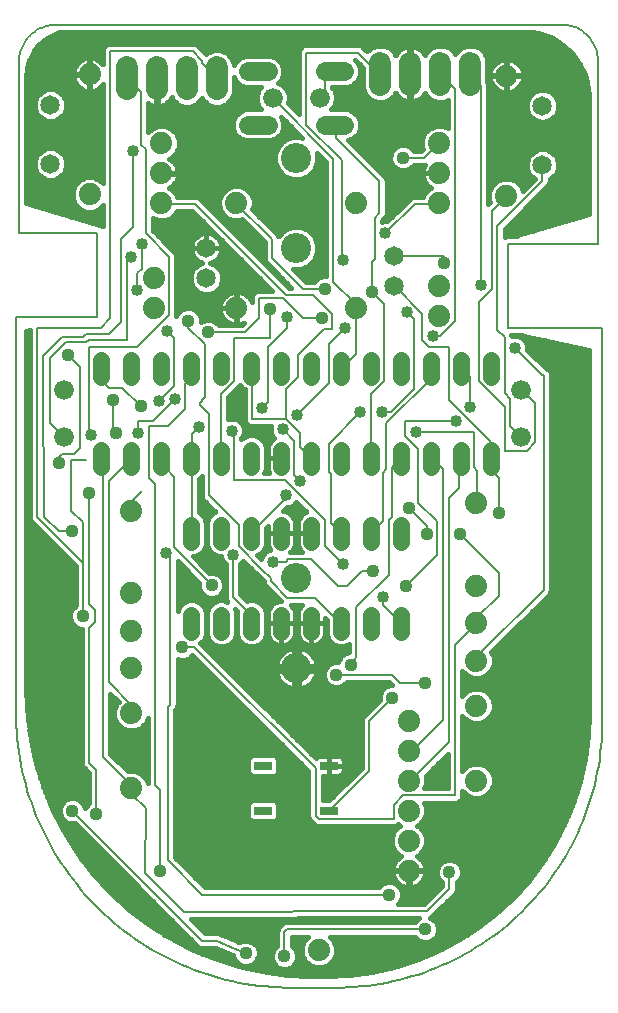
<source format=gtl>
G75*
%MOIN*%
%OFA0B0*%
%FSLAX24Y24*%
%IPPOS*%
%LPD*%
%AMOC8*
5,1,8,0,0,1.08239X$1,22.5*
%
%ADD10C,0.0080*%
%ADD11C,0.0740*%
%ADD12C,0.0650*%
%ADD13C,0.0560*%
%ADD14R,0.0600X0.0300*%
%ADD15C,0.0640*%
%ADD16C,0.0660*%
%ADD17C,0.1005*%
%ADD18C,0.0740*%
%ADD19C,0.0160*%
%ADD20C,0.0436*%
%ADD21C,0.0440*%
%ADD22C,0.0400*%
D10*
X002019Y006034D02*
X006343Y001710D01*
X006850Y001710D01*
X007457Y001443D01*
X007807Y001283D01*
X009090Y001190D02*
X009090Y001990D01*
X009180Y002080D01*
X013780Y002080D01*
X013837Y002687D02*
X014590Y003440D01*
X014590Y003990D01*
X013837Y002687D02*
X012964Y002687D01*
X005759Y002658D01*
X004450Y003968D01*
X004460Y006112D01*
X003988Y006585D01*
X003988Y006742D01*
X003990Y006790D01*
X003988Y006821D01*
X003988Y006900D01*
X003043Y007845D01*
X003043Y017727D01*
X003003Y017766D01*
X002990Y017790D01*
X003240Y017018D02*
X003240Y010325D01*
X003988Y009577D01*
X003988Y009301D01*
X003990Y009290D01*
X005208Y009498D02*
X005208Y007894D01*
X005210Y007882D01*
X005210Y004380D01*
X006350Y003240D01*
X012580Y003240D01*
X012728Y005758D02*
X012728Y006231D01*
X013043Y006546D01*
X014775Y006546D01*
X014775Y011546D01*
X015484Y012254D01*
X015490Y012290D01*
X015523Y012294D01*
X015523Y012490D01*
X016232Y013199D01*
X016232Y013947D01*
X014933Y015246D01*
X015490Y016290D02*
X015523Y016309D01*
X015523Y017333D01*
X015523Y017372D01*
X015405Y017490D01*
X015405Y018671D01*
X013476Y018671D01*
X013121Y018514D02*
X013121Y019026D01*
X014814Y019026D01*
X014578Y019734D02*
X015956Y018357D01*
X015956Y017805D01*
X015990Y017790D01*
X015996Y017766D01*
X015996Y017372D01*
X016232Y017136D01*
X016232Y015955D01*
X014893Y016782D02*
X014578Y016467D01*
X014578Y008317D01*
X013279Y007018D01*
X013240Y007040D01*
X013240Y008040D02*
X013279Y008042D01*
X013358Y008042D01*
X014381Y009065D01*
X014381Y016742D01*
X014381Y016782D01*
X014381Y017412D01*
X014027Y017766D01*
X013990Y017790D01*
X013555Y018081D02*
X013555Y016309D01*
X014184Y015679D01*
X014184Y014577D01*
X014177Y014577D01*
X013140Y013540D01*
X012570Y013908D02*
X011480Y012817D01*
X011480Y012728D01*
X011480Y011168D01*
X011310Y010910D01*
X010820Y010570D02*
X012660Y010570D01*
X012930Y010300D01*
X013780Y010300D01*
X012690Y009810D02*
X011901Y009021D01*
X011901Y007372D01*
X010602Y006073D01*
X010590Y006040D01*
X010247Y005758D02*
X012728Y005758D01*
X010790Y000140D02*
X011005Y000143D01*
X011220Y000150D01*
X011435Y000163D01*
X011649Y000182D01*
X011863Y000205D01*
X012076Y000233D01*
X012288Y000267D01*
X012500Y000306D01*
X012710Y000350D01*
X012920Y000399D01*
X013128Y000453D01*
X013335Y000512D01*
X013540Y000576D01*
X013744Y000645D01*
X013946Y000718D01*
X014146Y000797D01*
X014344Y000881D01*
X014540Y000969D01*
X014734Y001062D01*
X014926Y001159D01*
X015115Y001262D01*
X015302Y001368D01*
X015486Y001480D01*
X015667Y001595D01*
X015846Y001715D01*
X016021Y001840D01*
X016194Y001968D01*
X016363Y002101D01*
X016529Y002238D01*
X016692Y002378D01*
X016851Y002523D01*
X017007Y002671D01*
X017159Y002823D01*
X017307Y002979D01*
X017452Y003138D01*
X017592Y003301D01*
X017729Y003467D01*
X017862Y003636D01*
X017990Y003809D01*
X018115Y003984D01*
X018235Y004163D01*
X018350Y004344D01*
X018462Y004528D01*
X018568Y004715D01*
X018671Y004904D01*
X018768Y005096D01*
X018861Y005290D01*
X018949Y005486D01*
X019033Y005684D01*
X019112Y005884D01*
X019185Y006086D01*
X019254Y006290D01*
X019318Y006495D01*
X019377Y006702D01*
X019431Y006910D01*
X019480Y007120D01*
X019524Y007330D01*
X019563Y007542D01*
X019597Y007754D01*
X019625Y007967D01*
X019648Y008181D01*
X019667Y008395D01*
X019680Y008610D01*
X019687Y008825D01*
X019690Y009040D01*
X019690Y022140D01*
X016540Y022140D01*
X016540Y024940D01*
X019540Y024940D01*
X019540Y031040D01*
X019538Y031107D01*
X019532Y031174D01*
X019523Y031241D01*
X019510Y031307D01*
X019493Y031372D01*
X019473Y031436D01*
X019449Y031499D01*
X019421Y031561D01*
X019390Y031620D01*
X019356Y031678D01*
X019319Y031734D01*
X019278Y031788D01*
X019235Y031840D01*
X019189Y031889D01*
X019140Y031935D01*
X019088Y031978D01*
X019034Y032019D01*
X018978Y032056D01*
X018920Y032090D01*
X018861Y032121D01*
X018799Y032149D01*
X018736Y032173D01*
X018672Y032193D01*
X018607Y032210D01*
X018541Y032223D01*
X018474Y032232D01*
X018407Y032238D01*
X018340Y032240D01*
X001490Y032240D01*
X001420Y032238D01*
X001350Y032232D01*
X001281Y032222D01*
X001212Y032209D01*
X001144Y032191D01*
X001077Y032170D01*
X001012Y032145D01*
X000948Y032116D01*
X000885Y032084D01*
X000825Y032048D01*
X000767Y032009D01*
X000711Y031967D01*
X000657Y031922D01*
X000606Y031874D01*
X000558Y031823D01*
X000513Y031769D01*
X000471Y031713D01*
X000432Y031655D01*
X000396Y031595D01*
X000364Y031532D01*
X000335Y031468D01*
X000310Y031403D01*
X000289Y031336D01*
X000271Y031268D01*
X000258Y031199D01*
X000248Y031130D01*
X000242Y031060D01*
X000240Y030990D01*
X000240Y025290D01*
X002840Y025290D01*
X002840Y022490D01*
X000140Y022490D01*
X000140Y009340D01*
X002373Y012530D02*
X002373Y014341D01*
X002334Y014341D01*
X000838Y015837D01*
X000838Y022136D01*
X002964Y022136D01*
X003279Y022451D01*
X003279Y031349D01*
X006035Y031349D01*
X006350Y031034D01*
X006350Y030955D01*
X006822Y030483D01*
X006840Y030450D01*
X008703Y029790D02*
X008703Y029783D01*
X010720Y027766D01*
X010710Y023882D01*
X010720Y023868D01*
X010720Y023671D01*
X011468Y022923D01*
X011490Y022790D01*
X011468Y022805D01*
X011468Y022884D01*
X011490Y022790D02*
X011468Y022766D01*
X011468Y021270D01*
X010996Y020797D01*
X010990Y020790D01*
X010562Y020286D02*
X010562Y021585D01*
X011114Y022136D01*
X010681Y022097D02*
X010681Y022609D01*
X010051Y023238D01*
X009145Y023238D01*
X006114Y026270D01*
X005011Y026270D01*
X004990Y026290D01*
X004460Y025286D02*
X005247Y024498D01*
X005247Y022569D01*
X004184Y021506D01*
X002570Y021506D01*
X002570Y018632D01*
X002649Y018553D01*
X002290Y018140D02*
X002290Y020840D01*
X001890Y021240D01*
X001822Y021664D02*
X002492Y021664D01*
X002570Y021742D01*
X003830Y021742D01*
X003830Y024341D01*
X003988Y024498D01*
X004342Y024105D02*
X004184Y023947D01*
X004184Y023396D01*
X004342Y024105D02*
X004342Y024931D01*
X004460Y025286D02*
X004460Y028081D01*
X004303Y028238D01*
X004303Y030010D01*
X003870Y030443D01*
X003840Y030450D01*
X004027Y028042D02*
X004027Y025522D01*
X004027Y025483D01*
X003633Y025089D01*
X003633Y022333D01*
X003240Y021940D01*
X002490Y021940D01*
X002390Y021840D01*
X001690Y021840D01*
X001035Y021185D01*
X001035Y018199D01*
X001090Y018144D01*
X001090Y015840D01*
X001566Y015364D01*
X002019Y015364D01*
X002373Y015657D02*
X001990Y016040D01*
X001990Y017740D01*
X002490Y017740D01*
X002090Y017940D02*
X002290Y018140D01*
X002090Y017940D02*
X001690Y017940D01*
X001590Y017840D01*
X001590Y017640D01*
X001740Y018503D02*
X001704Y018514D01*
X001271Y018947D01*
X001271Y021112D01*
X001822Y021664D01*
X002990Y020790D02*
X002990Y020390D01*
X003240Y020140D01*
X003690Y020140D01*
X004314Y019516D01*
X004324Y019516D01*
X004224Y019026D02*
X004224Y018632D01*
X004224Y019026D02*
X004696Y019026D01*
X005444Y019774D01*
X005405Y020207D02*
X005405Y021782D01*
X005169Y022018D01*
X005877Y022136D02*
X005877Y022175D01*
X005877Y022372D01*
X005877Y022136D02*
X006429Y021585D01*
X006429Y019813D01*
X006350Y019734D01*
X006350Y019695D01*
X006271Y019616D01*
X006271Y019577D01*
X006586Y019262D01*
X006586Y016546D01*
X007570Y015561D01*
X007570Y014853D01*
X008318Y014105D01*
X008325Y014105D01*
X008640Y013790D01*
X008640Y013690D01*
X009190Y013140D01*
X010110Y013140D01*
X010956Y012294D01*
X010990Y012290D01*
X010870Y013540D02*
X009990Y014420D01*
X009224Y014420D01*
X009145Y014341D01*
X008712Y014341D01*
X007990Y015290D02*
X008003Y015325D01*
X009145Y016467D01*
X009145Y016546D01*
X009106Y017057D02*
X007413Y017057D01*
X007413Y018632D01*
X007334Y018711D01*
X006980Y017805D02*
X006990Y017790D01*
X006980Y017805D02*
X006980Y019931D01*
X007413Y020364D01*
X007413Y021782D01*
X008594Y021782D01*
X008594Y022766D01*
X008240Y022451D02*
X007767Y021979D01*
X006547Y021979D01*
X005990Y020790D02*
X005956Y020758D01*
X005956Y020443D01*
X005790Y020277D01*
X005790Y019440D01*
X005215Y018865D01*
X004578Y018865D01*
X004578Y017136D01*
X004775Y016939D01*
X004775Y006900D01*
X004933Y006742D01*
X004933Y004026D01*
X002821Y005939D02*
X002821Y007409D01*
X002590Y007640D01*
X002590Y012140D01*
X002790Y012340D01*
X002790Y012740D01*
X002590Y012940D01*
X002590Y016640D01*
X003240Y017018D02*
X003988Y017766D01*
X003990Y017790D01*
X003490Y018640D02*
X003390Y018740D01*
X003390Y019740D01*
X004893Y019695D02*
X005405Y020207D01*
X006232Y018829D02*
X005996Y018593D01*
X005996Y017805D01*
X005990Y017790D01*
X005996Y017766D01*
X005996Y015325D01*
X005990Y015290D01*
X005405Y014813D02*
X006665Y013553D01*
X007373Y013160D02*
X007373Y014577D01*
X007373Y013160D02*
X007846Y012687D01*
X007846Y012434D01*
X007990Y012290D01*
X006389Y011191D02*
X006389Y011191D01*
X006090Y011490D01*
X005690Y011490D01*
X006389Y011191D02*
X010129Y007451D01*
X010129Y005876D01*
X010247Y005758D01*
X009340Y000140D02*
X009118Y000143D01*
X008896Y000151D01*
X008674Y000164D01*
X008452Y000183D01*
X008231Y000207D01*
X008011Y000237D01*
X007791Y000271D01*
X007572Y000311D01*
X007355Y000357D01*
X007138Y000407D01*
X006923Y000463D01*
X006709Y000524D01*
X006497Y000590D01*
X006286Y000662D01*
X006078Y000738D01*
X005871Y000819D01*
X005666Y000906D01*
X005463Y000997D01*
X005263Y001093D01*
X005065Y001194D01*
X004869Y001299D01*
X004676Y001410D01*
X004486Y001525D01*
X004298Y001644D01*
X004114Y001769D01*
X003932Y001897D01*
X003754Y002030D01*
X003579Y002167D01*
X003407Y002308D01*
X003239Y002454D01*
X003075Y002603D01*
X002914Y002756D01*
X002756Y002914D01*
X002603Y003075D01*
X002454Y003239D01*
X002308Y003407D01*
X002167Y003579D01*
X002030Y003754D01*
X001897Y003932D01*
X001769Y004114D01*
X001644Y004298D01*
X001525Y004486D01*
X001410Y004676D01*
X001299Y004869D01*
X001194Y005065D01*
X001093Y005263D01*
X000997Y005463D01*
X000906Y005666D01*
X000819Y005871D01*
X000738Y006078D01*
X000662Y006286D01*
X000590Y006497D01*
X000524Y006709D01*
X000463Y006923D01*
X000407Y007138D01*
X000357Y007355D01*
X000311Y007572D01*
X000271Y007791D01*
X000237Y008011D01*
X000207Y008231D01*
X000183Y008452D01*
X000164Y008674D01*
X000151Y008896D01*
X000143Y009118D01*
X000140Y009340D01*
X002373Y014341D02*
X002373Y015657D01*
X003990Y016040D02*
X004027Y016073D01*
X004027Y016388D01*
X004342Y016703D01*
X005129Y017451D02*
X005405Y017175D01*
X005405Y014813D01*
X005129Y014616D02*
X005287Y014459D01*
X005287Y009577D01*
X005208Y009498D01*
X010444Y015719D02*
X009106Y017057D01*
X009421Y017215D02*
X009421Y018357D01*
X009027Y018750D01*
X009145Y019105D02*
X009145Y020089D01*
X009539Y020483D01*
X009539Y021231D01*
X010405Y022097D01*
X010681Y022097D01*
X010326Y022451D02*
X009696Y022451D01*
X009027Y023120D01*
X008240Y023120D01*
X008240Y022451D01*
X009184Y022136D02*
X008555Y021506D01*
X008555Y019656D01*
X008358Y019459D01*
X008003Y019105D02*
X008003Y020758D01*
X007990Y020790D01*
X008003Y019105D02*
X009145Y019105D01*
X009618Y018632D01*
X009618Y018160D01*
X009972Y017805D01*
X009990Y017790D01*
X009421Y017215D02*
X009618Y017018D01*
X010444Y015719D02*
X010444Y014853D01*
X011035Y014262D01*
X011690Y014040D02*
X011190Y013540D01*
X010870Y013540D01*
X011690Y014040D02*
X012040Y014040D01*
X012570Y013908D02*
X012570Y015719D01*
X012688Y015837D01*
X012688Y017490D01*
X012964Y017766D01*
X012990Y017790D01*
X012492Y017412D02*
X012492Y018947D01*
X013988Y020443D01*
X013988Y020758D01*
X013990Y020790D01*
X013909Y021506D02*
X014578Y021506D01*
X014578Y019734D01*
X015287Y019498D02*
X015287Y020483D01*
X015011Y020758D01*
X014990Y020790D01*
X015562Y020364D02*
X015562Y023002D01*
X015996Y023435D01*
X015996Y026034D01*
X016468Y026506D01*
X016490Y026540D01*
X016192Y025522D02*
X017688Y027018D01*
X017688Y027530D01*
X017690Y027566D01*
X016192Y025522D02*
X016192Y022057D01*
X016429Y021821D01*
X016429Y019971D01*
X016625Y019774D01*
X016625Y018868D01*
X016980Y018514D01*
X016990Y018503D01*
X017177Y018042D02*
X016429Y018042D01*
X016429Y019498D01*
X015562Y020364D01*
X016783Y021467D02*
X017688Y020561D01*
X017728Y020561D01*
X017728Y013396D01*
X015523Y011191D01*
X015523Y011073D01*
X015490Y011040D01*
X012990Y012290D02*
X012964Y012294D01*
X012373Y012884D01*
X012373Y013160D01*
X011990Y015290D02*
X012019Y015325D01*
X012373Y015679D01*
X012373Y017294D01*
X012492Y017412D01*
X011990Y017790D02*
X011980Y017805D01*
X011980Y019931D01*
X012413Y020364D01*
X012413Y022923D01*
X012019Y023317D01*
X012019Y024341D01*
X012098Y024420D01*
X012098Y025797D01*
X012255Y025955D01*
X012255Y027018D01*
X010799Y028475D01*
X010799Y028868D01*
X010770Y028900D01*
X010277Y029790D02*
X010444Y029957D01*
X010444Y030364D01*
X010759Y030679D01*
X010770Y030680D01*
X011547Y031309D02*
X009814Y031309D01*
X009814Y028908D01*
X010996Y027727D01*
X010996Y024420D01*
X011035Y024380D01*
X010444Y023435D02*
X009696Y023435D01*
X008673Y024459D01*
X008673Y025089D01*
X007492Y026270D01*
X007490Y026290D01*
X009184Y022490D02*
X009184Y022136D01*
X010562Y020286D02*
X009499Y019223D01*
X010562Y018278D02*
X010562Y017333D01*
X010641Y017254D01*
X010641Y015640D01*
X010956Y015325D01*
X010990Y015290D01*
X010562Y018278D02*
X011625Y019341D01*
X012334Y019341D02*
X012649Y019341D01*
X013397Y020089D01*
X013397Y022412D01*
X013161Y022648D01*
X013673Y022609D02*
X013673Y021742D01*
X013909Y021506D01*
X014027Y021860D02*
X014263Y021860D01*
X014775Y022372D01*
X014775Y030089D01*
X014303Y030561D01*
X014280Y030600D01*
X015280Y030600D02*
X015287Y030561D01*
X015641Y030207D01*
X015641Y023553D01*
X014421Y024301D02*
X014421Y024301D01*
X014421Y024538D01*
X012767Y024538D01*
X012740Y024540D01*
X012452Y025286D02*
X013436Y026270D01*
X014224Y026270D01*
X014240Y026290D01*
X013755Y027805D02*
X014240Y028290D01*
X013755Y027805D02*
X013043Y027805D01*
X012280Y030600D02*
X012255Y030601D01*
X011547Y031309D01*
X012740Y023540D02*
X012767Y023514D01*
X013673Y022609D01*
X013121Y018514D02*
X013555Y018081D01*
X013240Y016112D02*
X013830Y015522D01*
X013830Y015246D01*
X014893Y016782D02*
X014893Y017687D01*
X014972Y017766D01*
X014990Y017790D01*
X017019Y020049D02*
X016990Y020077D01*
X017019Y020049D02*
X017452Y019616D01*
X017452Y018317D01*
X017177Y018042D01*
X010790Y000140D02*
X009340Y000140D01*
X005129Y017451D02*
X005129Y017648D01*
X005011Y017766D01*
X004990Y017790D01*
D11*
X003990Y016040D03*
X003990Y013290D03*
X003990Y012040D03*
X003990Y010790D03*
X003990Y009290D03*
X003990Y006790D03*
X010240Y001390D03*
X013240Y004040D03*
X013240Y005040D03*
X013240Y006040D03*
X013240Y007040D03*
X013240Y008040D03*
X013240Y009040D03*
X015490Y009540D03*
X015490Y011040D03*
X015490Y012290D03*
X015490Y013540D03*
X015490Y016290D03*
X014240Y022540D03*
X014240Y023540D03*
X014240Y026290D03*
X014240Y027290D03*
X014240Y028290D03*
X016490Y026540D03*
X016490Y030540D03*
X011490Y026290D03*
X011490Y022790D03*
X007490Y022790D03*
X007490Y026290D03*
X004990Y026290D03*
X004990Y027290D03*
X004990Y028290D03*
X002600Y026580D03*
X004740Y023790D03*
X004740Y022790D03*
X002600Y030580D03*
X015490Y007040D03*
D12*
X012740Y023540D03*
X012740Y024540D03*
X017690Y027566D03*
X017690Y029534D03*
X006490Y024790D03*
X006490Y023790D03*
X001290Y027596D03*
X001290Y029564D03*
D13*
X002990Y021070D02*
X002990Y020510D01*
X003990Y020510D02*
X003990Y021070D01*
X004990Y021070D02*
X004990Y020510D01*
X005990Y020510D02*
X005990Y021070D01*
X006990Y021070D02*
X006990Y020510D01*
X007990Y020510D02*
X007990Y021070D01*
X008990Y021070D02*
X008990Y020510D01*
X009990Y020510D02*
X009990Y021070D01*
X010990Y021070D02*
X010990Y020510D01*
X011990Y020510D02*
X011990Y021070D01*
X012990Y021070D02*
X012990Y020510D01*
X013990Y020510D02*
X013990Y021070D01*
X014990Y021070D02*
X014990Y020510D01*
X015990Y020510D02*
X015990Y021070D01*
X015990Y018070D02*
X015990Y017510D01*
X014990Y017510D02*
X014990Y018070D01*
X013990Y018070D02*
X013990Y017510D01*
X012990Y017510D02*
X012990Y018070D01*
X011990Y018070D02*
X011990Y017510D01*
X010990Y017510D02*
X010990Y018070D01*
X009990Y018070D02*
X009990Y017510D01*
X008990Y017510D02*
X008990Y018070D01*
X007990Y018070D02*
X007990Y017510D01*
X006990Y017510D02*
X006990Y018070D01*
X005990Y018070D02*
X005990Y017510D01*
X004990Y017510D02*
X004990Y018070D01*
X003990Y018070D02*
X003990Y017510D01*
X002990Y017510D02*
X002990Y018070D01*
X005990Y015570D02*
X005990Y015010D01*
X006990Y015010D02*
X006990Y015570D01*
X007990Y015570D02*
X007990Y015010D01*
X008990Y015010D02*
X008990Y015570D01*
X009990Y015570D02*
X009990Y015010D01*
X010990Y015010D02*
X010990Y015570D01*
X011990Y015570D02*
X011990Y015010D01*
X012990Y015010D02*
X012990Y015570D01*
X012990Y012570D02*
X012990Y012010D01*
X011990Y012010D02*
X011990Y012570D01*
X010990Y012570D02*
X010990Y012010D01*
X009990Y012010D02*
X009990Y012570D01*
X008990Y012570D02*
X008990Y012010D01*
X007990Y012010D02*
X007990Y012570D01*
X006990Y012570D02*
X006990Y012010D01*
X005990Y012010D02*
X005990Y012570D01*
D14*
X008390Y007540D03*
X008390Y006040D03*
X010590Y006040D03*
X010590Y007540D03*
D15*
X010450Y028900D02*
X011090Y028900D01*
X011090Y030680D02*
X010450Y030680D01*
X008530Y030680D02*
X007890Y030680D01*
X007890Y028900D02*
X008530Y028900D01*
D16*
X008703Y029790D03*
X010277Y029790D03*
X016990Y020077D03*
X016990Y018503D03*
X001740Y018503D03*
X001740Y020077D03*
D17*
X009490Y024790D03*
X009490Y027790D03*
X009490Y013790D03*
X009490Y010790D03*
D18*
X006840Y030080D02*
X006840Y030820D01*
X005840Y030820D02*
X005840Y030080D01*
X004840Y030080D02*
X004840Y030820D01*
X003840Y030820D02*
X003840Y030080D01*
X012280Y030230D02*
X012280Y030970D01*
X013280Y030970D02*
X013280Y030230D01*
X014280Y030230D02*
X014280Y030970D01*
X015280Y030970D02*
X015280Y030230D01*
D19*
X003586Y004127D02*
X002564Y004127D01*
X002442Y004286D02*
X003428Y004286D01*
X003269Y004444D02*
X002321Y004444D01*
X002208Y004591D02*
X001763Y005290D01*
X001380Y006025D01*
X001063Y006791D01*
X000814Y007581D01*
X000634Y008390D01*
X000526Y009212D01*
X000490Y010040D01*
X000490Y022040D01*
X000598Y022051D01*
X000598Y015789D01*
X000635Y015701D01*
X002133Y014202D01*
X002133Y012884D01*
X002017Y012768D01*
X001953Y012613D01*
X001953Y012446D01*
X002017Y012292D01*
X002136Y012174D01*
X002290Y012110D01*
X002350Y012110D01*
X002350Y007592D01*
X002387Y007504D01*
X002454Y007437D01*
X002581Y007309D01*
X002581Y006293D01*
X002465Y006177D01*
X002439Y006114D01*
X002439Y006117D01*
X002375Y006272D01*
X002257Y006390D01*
X002103Y006454D01*
X001936Y006454D01*
X001781Y006390D01*
X001663Y006272D01*
X001599Y006117D01*
X001599Y005950D01*
X001663Y005796D01*
X001781Y005678D01*
X001936Y005614D01*
X002100Y005614D01*
X006139Y001574D01*
X006207Y001507D01*
X006295Y001470D01*
X006800Y001470D01*
X007358Y001224D01*
X007387Y001212D01*
X007387Y001200D01*
X007450Y001046D01*
X007569Y000927D01*
X007723Y000863D01*
X007890Y000863D01*
X008044Y000927D01*
X008163Y001046D01*
X008227Y001200D01*
X008227Y001367D01*
X008163Y001521D01*
X008044Y001640D01*
X007890Y001703D01*
X007723Y001703D01*
X007588Y001648D01*
X007555Y001662D01*
X007513Y001682D01*
X007511Y001682D01*
X006988Y001912D01*
X006986Y001913D01*
X006944Y001931D01*
X006903Y001949D01*
X006900Y001949D01*
X006898Y001950D01*
X006853Y001950D01*
X006807Y001951D01*
X006805Y001950D01*
X006442Y001950D01*
X005973Y002419D01*
X012964Y002447D01*
X013569Y002447D01*
X013542Y002436D01*
X013426Y002320D01*
X009132Y002320D01*
X009044Y002283D01*
X008954Y002193D01*
X008887Y002126D01*
X008850Y002038D01*
X008850Y001544D01*
X008734Y001428D01*
X008670Y001274D01*
X008227Y001274D01*
X008199Y001433D02*
X008739Y001433D01*
X008670Y001274D02*
X008670Y001106D01*
X008734Y000952D01*
X008852Y000834D01*
X009006Y000770D01*
X009174Y000770D01*
X009328Y000834D01*
X009446Y000952D01*
X009510Y001106D01*
X009510Y001274D01*
X009671Y001274D01*
X009670Y001277D02*
X009757Y001067D01*
X009917Y000907D01*
X010127Y000820D01*
X010353Y000820D01*
X010563Y000907D01*
X010723Y001067D01*
X010810Y001277D01*
X010810Y001503D01*
X010723Y001713D01*
X010596Y001840D01*
X013426Y001840D01*
X013542Y001724D01*
X013696Y001660D01*
X013864Y001660D01*
X014018Y001724D01*
X014136Y001842D01*
X014200Y001996D01*
X014200Y002164D01*
X014136Y002318D01*
X014018Y002436D01*
X013938Y002469D01*
X013973Y002484D01*
X014726Y003237D01*
X014793Y003304D01*
X014830Y003392D01*
X014830Y003639D01*
X014944Y003753D01*
X015008Y003907D01*
X015008Y004073D01*
X014944Y004227D01*
X014827Y004344D01*
X014673Y004408D01*
X014507Y004408D01*
X014353Y004344D01*
X014236Y004227D01*
X014172Y004073D01*
X014172Y003907D01*
X014236Y003753D01*
X014350Y003639D01*
X014350Y003539D01*
X013738Y002927D01*
X013011Y002927D01*
X013011Y002927D01*
X012963Y002927D01*
X012916Y002927D01*
X012861Y002927D01*
X012936Y003002D01*
X013000Y003156D01*
X013000Y003324D01*
X012936Y003478D01*
X012818Y003596D01*
X012664Y003660D01*
X012496Y003660D01*
X012342Y003596D01*
X012226Y003480D01*
X006449Y003480D01*
X005450Y004479D01*
X005450Y007854D01*
X005455Y007873D01*
X005450Y007901D01*
X005450Y007930D01*
X005448Y007935D01*
X005448Y009399D01*
X005490Y009441D01*
X005527Y009529D01*
X005527Y011105D01*
X005607Y011072D01*
X005773Y011072D01*
X005927Y011136D01*
X006016Y011225D01*
X006253Y010988D01*
X006254Y010987D01*
X009889Y007352D01*
X009889Y005828D01*
X009926Y005740D01*
X010044Y005622D01*
X010112Y005555D01*
X010200Y005518D01*
X012776Y005518D01*
X012864Y005555D01*
X012891Y005582D01*
X012917Y005557D01*
X012958Y005540D01*
X012917Y005523D01*
X012757Y005363D01*
X012670Y005153D01*
X012670Y004927D01*
X012757Y004717D01*
X012917Y004557D01*
X012986Y004528D01*
X012952Y004510D01*
X012882Y004460D01*
X012820Y004398D01*
X012770Y004328D01*
X012730Y004251D01*
X012704Y004169D01*
X012690Y004083D01*
X012690Y004060D01*
X013220Y004060D01*
X013220Y004020D01*
X013260Y004020D01*
X013260Y004060D01*
X013790Y004060D01*
X013790Y004083D01*
X013776Y004169D01*
X013750Y004251D01*
X013710Y004328D01*
X013660Y004398D01*
X013598Y004460D01*
X013528Y004510D01*
X013494Y004528D01*
X013563Y004557D01*
X013723Y004717D01*
X013810Y004927D01*
X013810Y005153D01*
X013723Y005363D01*
X013563Y005523D01*
X013522Y005540D01*
X013563Y005557D01*
X013723Y005717D01*
X013810Y005927D01*
X013810Y006153D01*
X013747Y006306D01*
X014823Y006306D01*
X014911Y006342D01*
X014978Y006410D01*
X015015Y006498D01*
X015015Y006709D01*
X015167Y006557D01*
X015377Y006470D01*
X015603Y006470D01*
X015813Y006557D01*
X015973Y006717D01*
X016060Y006927D01*
X016060Y007153D01*
X015973Y007363D01*
X015813Y007523D01*
X015603Y007610D01*
X015377Y007610D01*
X015167Y007523D01*
X015015Y007371D01*
X015015Y009209D01*
X015167Y009057D01*
X015377Y008970D01*
X015603Y008970D01*
X015813Y009057D01*
X015973Y009217D01*
X016060Y009427D01*
X016060Y009653D01*
X015973Y009863D01*
X015813Y010023D01*
X015603Y010110D01*
X015377Y010110D01*
X015167Y010023D01*
X015015Y009871D01*
X015015Y010709D01*
X015167Y010557D01*
X015377Y010470D01*
X015603Y010470D01*
X015813Y010557D01*
X015973Y010717D01*
X016060Y010927D01*
X016060Y011153D01*
X015991Y011320D01*
X017931Y013260D01*
X017968Y013348D01*
X017968Y020609D01*
X017931Y020697D01*
X017864Y020765D01*
X017797Y020793D01*
X017183Y021406D01*
X017183Y021546D01*
X017122Y021693D01*
X017009Y021806D01*
X016862Y021867D01*
X016703Y021867D01*
X016669Y021852D01*
X016669Y021869D01*
X016656Y021900D01*
X016907Y021900D01*
X019240Y021410D01*
X019240Y009290D01*
X019207Y008527D01*
X019107Y007771D01*
X018942Y007025D01*
X018712Y006297D01*
X018420Y005592D01*
X018068Y004915D01*
X017658Y004271D01*
X017193Y003666D01*
X016677Y003103D01*
X016114Y002587D01*
X015509Y002122D01*
X014865Y001712D01*
X014188Y001360D01*
X013483Y001068D01*
X012755Y000838D01*
X012009Y000673D01*
X011253Y000573D01*
X010490Y000540D01*
X009990Y000540D01*
X009162Y000576D01*
X008340Y000684D01*
X007531Y000864D01*
X006741Y001113D01*
X005975Y001430D01*
X005240Y001813D01*
X004541Y002258D01*
X003884Y002763D01*
X003272Y003322D01*
X002713Y003934D01*
X002208Y004591D01*
X002201Y004603D02*
X003111Y004603D01*
X002952Y004761D02*
X002100Y004761D01*
X001999Y004920D02*
X002794Y004920D01*
X002635Y005078D02*
X001898Y005078D01*
X001797Y005237D02*
X002477Y005237D01*
X002318Y005395D02*
X001708Y005395D01*
X001626Y005554D02*
X002160Y005554D01*
X001747Y005712D02*
X001543Y005712D01*
X001461Y005871D02*
X001632Y005871D01*
X001599Y006029D02*
X001378Y006029D01*
X001313Y006188D02*
X001628Y006188D01*
X001737Y006346D02*
X001247Y006346D01*
X001182Y006505D02*
X002581Y006505D01*
X002581Y006663D02*
X001116Y006663D01*
X001053Y006822D02*
X002581Y006822D01*
X002581Y006980D02*
X001003Y006980D01*
X000953Y007139D02*
X002581Y007139D01*
X002581Y007297D02*
X000903Y007297D01*
X000853Y007456D02*
X002435Y007456D01*
X002350Y007614D02*
X000806Y007614D01*
X000771Y007773D02*
X002350Y007773D01*
X002350Y007931D02*
X000736Y007931D01*
X000701Y008090D02*
X002350Y008090D01*
X002350Y008248D02*
X000666Y008248D01*
X000632Y008407D02*
X002350Y008407D01*
X002350Y008565D02*
X000611Y008565D01*
X000590Y008724D02*
X002350Y008724D01*
X002350Y008882D02*
X000570Y008882D01*
X000549Y009041D02*
X002350Y009041D01*
X002350Y009199D02*
X000528Y009199D01*
X000520Y009358D02*
X002350Y009358D01*
X002350Y009516D02*
X000513Y009516D01*
X000506Y009675D02*
X002350Y009675D01*
X002350Y009833D02*
X000499Y009833D01*
X000492Y009992D02*
X002350Y009992D01*
X002350Y010150D02*
X000490Y010150D01*
X000490Y010309D02*
X002350Y010309D01*
X002350Y010467D02*
X000490Y010467D01*
X000490Y010626D02*
X002350Y010626D01*
X002350Y010784D02*
X000490Y010784D01*
X000490Y010943D02*
X002350Y010943D01*
X002350Y011101D02*
X000490Y011101D01*
X000490Y011260D02*
X002350Y011260D01*
X002350Y011418D02*
X000490Y011418D01*
X000490Y011577D02*
X002350Y011577D01*
X002350Y011735D02*
X000490Y011735D01*
X000490Y011894D02*
X002350Y011894D01*
X002350Y012052D02*
X000490Y012052D01*
X000490Y012211D02*
X002099Y012211D01*
X001985Y012369D02*
X000490Y012369D01*
X000490Y012528D02*
X001953Y012528D01*
X001984Y012686D02*
X000490Y012686D01*
X000490Y012845D02*
X002094Y012845D01*
X002133Y013003D02*
X000490Y013003D01*
X000490Y013162D02*
X002133Y013162D01*
X002133Y013320D02*
X000490Y013320D01*
X000490Y013479D02*
X002133Y013479D01*
X002133Y013637D02*
X000490Y013637D01*
X000490Y013796D02*
X002133Y013796D01*
X002133Y013954D02*
X000490Y013954D01*
X000490Y014113D02*
X002133Y014113D01*
X002064Y014271D02*
X000490Y014271D01*
X000490Y014430D02*
X001906Y014430D01*
X001747Y014588D02*
X000490Y014588D01*
X000490Y014747D02*
X001589Y014747D01*
X001430Y014905D02*
X000490Y014905D01*
X000490Y015064D02*
X001272Y015064D01*
X001113Y015222D02*
X000490Y015222D01*
X000490Y015381D02*
X000955Y015381D01*
X000796Y015539D02*
X000490Y015539D01*
X000490Y015698D02*
X000638Y015698D01*
X000598Y015856D02*
X000490Y015856D01*
X000490Y016015D02*
X000598Y016015D01*
X000598Y016173D02*
X000490Y016173D01*
X000490Y016332D02*
X000598Y016332D01*
X000598Y016490D02*
X000490Y016490D01*
X000490Y016649D02*
X000598Y016649D01*
X000598Y016807D02*
X000490Y016807D01*
X000490Y016966D02*
X000598Y016966D01*
X000598Y017124D02*
X000490Y017124D01*
X000490Y017283D02*
X000598Y017283D01*
X000598Y017441D02*
X000490Y017441D01*
X000490Y017600D02*
X000598Y017600D01*
X000598Y017758D02*
X000490Y017758D01*
X000490Y017917D02*
X000598Y017917D01*
X000598Y018075D02*
X000490Y018075D01*
X000490Y018234D02*
X000598Y018234D01*
X000598Y018392D02*
X000490Y018392D01*
X000490Y018551D02*
X000598Y018551D01*
X000598Y018709D02*
X000490Y018709D01*
X000490Y018868D02*
X000598Y018868D01*
X000598Y019026D02*
X000490Y019026D01*
X000490Y019185D02*
X000598Y019185D01*
X000598Y019343D02*
X000490Y019343D01*
X000490Y019502D02*
X000598Y019502D01*
X000598Y019660D02*
X000490Y019660D01*
X000490Y019819D02*
X000598Y019819D01*
X000598Y019977D02*
X000490Y019977D01*
X000490Y020136D02*
X000598Y020136D01*
X000598Y020294D02*
X000490Y020294D01*
X000490Y020453D02*
X000598Y020453D01*
X000598Y020611D02*
X000490Y020611D01*
X000490Y020770D02*
X000598Y020770D01*
X000598Y020928D02*
X000490Y020928D01*
X000490Y021087D02*
X000598Y021087D01*
X000598Y021245D02*
X000490Y021245D01*
X000490Y021404D02*
X000598Y021404D01*
X000598Y021562D02*
X000490Y021562D01*
X000490Y021721D02*
X000598Y021721D01*
X000598Y021879D02*
X000490Y021879D01*
X000490Y022038D02*
X000598Y022038D01*
X001966Y025842D02*
X003039Y025842D01*
X003039Y026000D02*
X001444Y026000D01*
X000923Y026159D02*
X002215Y026159D01*
X002277Y026097D02*
X002487Y026010D01*
X002713Y026010D01*
X002923Y026097D01*
X003039Y026213D01*
X003039Y025516D01*
X000490Y026290D01*
X000490Y030540D01*
X000505Y030753D01*
X000551Y030963D01*
X000626Y031163D01*
X000728Y031351D01*
X000856Y031522D01*
X001008Y031674D01*
X001179Y031802D01*
X001367Y031904D01*
X001567Y031979D01*
X001663Y032000D01*
X017390Y032000D01*
X017528Y031975D01*
X017788Y031894D01*
X018036Y031782D01*
X018268Y031642D01*
X018482Y031474D01*
X018674Y031282D01*
X018842Y031068D01*
X018982Y030836D01*
X019094Y030588D01*
X019175Y030328D01*
X019224Y030061D01*
X019240Y029790D01*
X019240Y025932D01*
X016749Y025180D01*
X016492Y025180D01*
X016432Y025155D01*
X016432Y025422D01*
X017824Y026814D01*
X017892Y026882D01*
X017928Y026970D01*
X017928Y027096D01*
X017987Y027121D01*
X018135Y027268D01*
X019240Y027268D01*
X019240Y027110D02*
X017961Y027110D01*
X017920Y026951D02*
X019240Y026951D01*
X019240Y026793D02*
X017802Y026793D01*
X017644Y026634D02*
X019240Y026634D01*
X019240Y026476D02*
X017485Y026476D01*
X017327Y026317D02*
X019240Y026317D01*
X019240Y026159D02*
X017168Y026159D01*
X017010Y026000D02*
X019240Y026000D01*
X018941Y025842D02*
X016851Y025842D01*
X016693Y025683D02*
X018416Y025683D01*
X017891Y025525D02*
X016534Y025525D01*
X016432Y025366D02*
X017366Y025366D01*
X016841Y025208D02*
X016432Y025208D01*
X015881Y026259D02*
X015881Y030255D01*
X015850Y030330D01*
X015850Y031083D01*
X015763Y031293D01*
X015603Y031453D01*
X015393Y031540D01*
X015167Y031540D01*
X014957Y031453D01*
X014797Y031293D01*
X014780Y031252D01*
X014763Y031293D01*
X014603Y031453D01*
X014393Y031540D01*
X014167Y031540D01*
X013957Y031453D01*
X013797Y031293D01*
X013768Y031224D01*
X013750Y031258D01*
X013700Y031328D01*
X013638Y031390D01*
X013568Y031440D01*
X013491Y031480D01*
X013409Y031506D01*
X013323Y031520D01*
X013310Y031520D01*
X013310Y030630D01*
X013250Y030630D01*
X013250Y031520D01*
X013237Y031520D01*
X013151Y031506D01*
X013069Y031480D01*
X012992Y031440D01*
X012922Y031390D01*
X012860Y031328D01*
X012810Y031258D01*
X012792Y031224D01*
X012763Y031293D01*
X012603Y031453D01*
X012393Y031540D01*
X012167Y031540D01*
X011957Y031453D01*
X011850Y031346D01*
X011750Y031445D01*
X011683Y031513D01*
X011594Y031549D01*
X009767Y031549D01*
X009678Y031513D01*
X009611Y031445D01*
X009574Y031357D01*
X009574Y029251D01*
X009206Y029620D01*
X009233Y029685D01*
X009233Y029895D01*
X009152Y030090D01*
X009003Y030239D01*
X008877Y030291D01*
X008971Y030385D01*
X009050Y030577D01*
X009050Y030783D01*
X008971Y030975D01*
X008825Y031121D01*
X008633Y031200D01*
X007787Y031200D01*
X007595Y031121D01*
X007449Y030975D01*
X007410Y030880D01*
X007410Y030933D01*
X007323Y031143D01*
X007163Y031303D01*
X006953Y031390D01*
X006727Y031390D01*
X006517Y031303D01*
X006468Y031255D01*
X006238Y031485D01*
X006171Y031552D01*
X006083Y031589D01*
X003231Y031589D01*
X003143Y031552D01*
X003076Y031485D01*
X003039Y031396D01*
X003039Y030912D01*
X003020Y030938D01*
X002958Y031000D01*
X002888Y031050D01*
X002811Y031090D01*
X002729Y031116D01*
X002643Y031130D01*
X002609Y031130D01*
X002609Y030589D01*
X002591Y030589D01*
X002591Y031130D01*
X002557Y031130D01*
X002471Y031116D01*
X002389Y031090D01*
X002312Y031050D01*
X002242Y031000D01*
X002180Y030938D01*
X002130Y030868D01*
X002090Y030791D01*
X002064Y030709D01*
X002050Y030623D01*
X002050Y030589D01*
X002591Y030589D01*
X002591Y030571D01*
X002609Y030571D01*
X002609Y030030D01*
X002643Y030030D01*
X002729Y030044D01*
X002811Y030070D01*
X002888Y030110D01*
X002958Y030160D01*
X003020Y030222D01*
X003039Y030248D01*
X003039Y026947D01*
X002923Y027063D01*
X002713Y027150D01*
X002487Y027150D01*
X002277Y027063D01*
X002117Y026903D01*
X002030Y026693D01*
X002030Y026467D01*
X002117Y026257D01*
X002277Y026097D01*
X002092Y026317D02*
X000490Y026317D01*
X000490Y026476D02*
X002030Y026476D01*
X002030Y026634D02*
X000490Y026634D01*
X000490Y026793D02*
X002071Y026793D01*
X002165Y026951D02*
X000490Y026951D01*
X000490Y027110D02*
X001092Y027110D01*
X001186Y027071D02*
X001394Y027071D01*
X001587Y027151D01*
X001735Y027298D01*
X001815Y027491D01*
X001815Y027700D01*
X001735Y027893D01*
X001587Y028041D01*
X001394Y028121D01*
X001186Y028121D01*
X000993Y028041D01*
X000845Y027893D01*
X000765Y027700D01*
X000765Y027491D01*
X000845Y027298D01*
X000993Y027151D01*
X001186Y027071D01*
X000875Y027268D02*
X000490Y027268D01*
X000490Y027427D02*
X000792Y027427D01*
X000765Y027585D02*
X000490Y027585D01*
X000490Y027744D02*
X000783Y027744D01*
X000854Y027902D02*
X000490Y027902D01*
X000490Y028061D02*
X001040Y028061D01*
X001540Y028061D02*
X003039Y028061D01*
X003039Y028219D02*
X000490Y028219D01*
X000490Y028378D02*
X003039Y028378D01*
X003039Y028536D02*
X000490Y028536D01*
X000490Y028695D02*
X003039Y028695D01*
X003039Y028853D02*
X000490Y028853D01*
X000490Y029012D02*
X003039Y029012D01*
X003039Y029170D02*
X001638Y029170D01*
X001587Y029119D02*
X001735Y029267D01*
X001815Y029460D01*
X001815Y029669D01*
X001735Y029862D01*
X001587Y030009D01*
X001394Y030089D01*
X001186Y030089D01*
X000993Y030009D01*
X000845Y029862D01*
X000765Y029669D01*
X000765Y029460D01*
X000845Y029267D01*
X000993Y029119D01*
X001186Y029039D01*
X001394Y029039D01*
X001587Y029119D01*
X001761Y029329D02*
X003039Y029329D01*
X003039Y029487D02*
X001815Y029487D01*
X001815Y029646D02*
X003039Y029646D01*
X003039Y029804D02*
X001759Y029804D01*
X001634Y029963D02*
X003039Y029963D01*
X003039Y030121D02*
X002904Y030121D01*
X002609Y030121D02*
X002591Y030121D01*
X002591Y030030D02*
X002557Y030030D01*
X002471Y030044D01*
X002389Y030070D01*
X002312Y030110D01*
X002242Y030160D01*
X002180Y030222D01*
X002130Y030292D01*
X002090Y030369D01*
X002064Y030451D01*
X002050Y030537D01*
X002050Y030571D01*
X002591Y030571D01*
X002591Y030030D01*
X002591Y030280D02*
X002609Y030280D01*
X002609Y030438D02*
X002591Y030438D01*
X002591Y030597D02*
X002609Y030597D01*
X002609Y030755D02*
X002591Y030755D01*
X002591Y030914D02*
X002609Y030914D01*
X002609Y031072D02*
X002591Y031072D01*
X002846Y031072D02*
X003039Y031072D01*
X003037Y030914D02*
X003039Y030914D01*
X003039Y031231D02*
X000662Y031231D01*
X000592Y031072D02*
X002354Y031072D01*
X002163Y030914D02*
X000540Y030914D01*
X000506Y030755D02*
X002079Y030755D01*
X002050Y030597D02*
X000494Y030597D01*
X000490Y030438D02*
X002068Y030438D01*
X002138Y030280D02*
X000490Y030280D01*
X000490Y030121D02*
X002296Y030121D01*
X003039Y031389D02*
X000757Y031389D01*
X000882Y031548D02*
X003138Y031548D01*
X004543Y029616D02*
X004552Y029610D01*
X004629Y029570D01*
X004711Y029544D01*
X004797Y029530D01*
X004810Y029530D01*
X004810Y030420D01*
X004870Y030420D01*
X004870Y029530D01*
X004883Y029530D01*
X004969Y029544D01*
X005051Y029570D01*
X005128Y029610D01*
X005198Y029660D01*
X005260Y029722D01*
X005310Y029792D01*
X005328Y029826D01*
X005357Y029757D01*
X005517Y029597D01*
X005727Y029510D01*
X005953Y029510D01*
X006163Y029597D01*
X006323Y029757D01*
X006340Y029798D01*
X006357Y029757D01*
X006517Y029597D01*
X006727Y029510D01*
X006953Y029510D01*
X007163Y029597D01*
X007323Y029757D01*
X007410Y029967D01*
X007410Y030480D01*
X007449Y030385D01*
X007595Y030239D01*
X007787Y030160D01*
X008323Y030160D01*
X008253Y030090D01*
X008173Y029895D01*
X008173Y029685D01*
X008253Y029490D01*
X008323Y029420D01*
X007787Y029420D01*
X007595Y029341D01*
X007449Y029195D01*
X007370Y029003D01*
X007370Y028797D01*
X007449Y028605D01*
X007595Y028459D01*
X007787Y028380D01*
X008633Y028380D01*
X008825Y028459D01*
X008971Y028605D01*
X009050Y028797D01*
X009050Y029003D01*
X008984Y029162D01*
X009671Y028475D01*
X009630Y028492D01*
X009350Y028492D01*
X009092Y028386D01*
X008894Y028188D01*
X008788Y027930D01*
X008788Y027650D01*
X008894Y027392D01*
X009092Y027194D01*
X009350Y027088D01*
X009630Y027088D01*
X009888Y027194D01*
X010086Y027392D01*
X010192Y027650D01*
X010192Y027930D01*
X010175Y027971D01*
X010480Y027667D01*
X010470Y023901D01*
X010465Y023873D01*
X010470Y023855D01*
X010361Y023855D01*
X010206Y023791D01*
X010090Y023675D01*
X009796Y023675D01*
X009383Y024088D01*
X009630Y024088D01*
X009888Y024194D01*
X010086Y024392D01*
X010192Y024650D01*
X010192Y024930D01*
X010086Y025188D01*
X009888Y025386D01*
X009630Y025492D01*
X009350Y025492D01*
X009092Y025386D01*
X008894Y025188D01*
X008893Y025184D01*
X008876Y025225D01*
X008809Y025292D01*
X008020Y026081D01*
X008060Y026177D01*
X008060Y026403D01*
X007973Y026613D01*
X007813Y026773D01*
X007603Y026860D01*
X007377Y026860D01*
X007167Y026773D01*
X007007Y026613D01*
X006920Y026403D01*
X006920Y026177D01*
X007007Y025967D01*
X007167Y025807D01*
X007377Y025720D01*
X007603Y025720D01*
X007673Y025749D01*
X008433Y024989D01*
X008433Y024411D01*
X008469Y024323D01*
X009314Y023478D01*
X009245Y023478D01*
X006317Y026406D01*
X006250Y026473D01*
X006161Y026510D01*
X005516Y026510D01*
X005473Y026613D01*
X005313Y026773D01*
X005244Y026802D01*
X005278Y026820D01*
X005348Y026870D01*
X005410Y026932D01*
X005460Y027002D01*
X005500Y027079D01*
X005526Y027161D01*
X005540Y027247D01*
X005540Y027270D01*
X005010Y027270D01*
X005010Y027310D01*
X005540Y027310D01*
X005540Y027333D01*
X005526Y027419D01*
X005500Y027501D01*
X005460Y027578D01*
X005410Y027648D01*
X005348Y027710D01*
X005278Y027760D01*
X005244Y027778D01*
X005313Y027807D01*
X005473Y027967D01*
X005560Y028177D01*
X005560Y028403D01*
X005473Y028613D01*
X005313Y028773D01*
X005103Y028860D01*
X004877Y028860D01*
X004667Y028773D01*
X004543Y028649D01*
X004543Y029616D01*
X004543Y029487D02*
X008256Y029487D01*
X008189Y029646D02*
X007212Y029646D01*
X007343Y029804D02*
X008173Y029804D01*
X008200Y029963D02*
X007408Y029963D01*
X007410Y030121D02*
X008284Y030121D01*
X008906Y030280D02*
X009574Y030280D01*
X009574Y030438D02*
X008993Y030438D01*
X009050Y030597D02*
X009574Y030597D01*
X009574Y030755D02*
X009050Y030755D01*
X008996Y030914D02*
X009574Y030914D01*
X009574Y031072D02*
X008873Y031072D01*
X009121Y030121D02*
X009574Y030121D01*
X009574Y029963D02*
X009205Y029963D01*
X009233Y029804D02*
X009574Y029804D01*
X009574Y029646D02*
X009216Y029646D01*
X009338Y029487D02*
X009574Y029487D01*
X009574Y029329D02*
X009497Y029329D01*
X009135Y029012D02*
X009047Y029012D01*
X009050Y028853D02*
X009293Y028853D01*
X009452Y028695D02*
X009008Y028695D01*
X008901Y028536D02*
X009610Y028536D01*
X009084Y028378D02*
X005560Y028378D01*
X005560Y028219D02*
X008926Y028219D01*
X008842Y028061D02*
X005512Y028061D01*
X005408Y027902D02*
X008788Y027902D01*
X008788Y027744D02*
X005301Y027744D01*
X005455Y027585D02*
X008815Y027585D01*
X008880Y027427D02*
X005524Y027427D01*
X005540Y027268D02*
X009018Y027268D01*
X009297Y027110D02*
X005510Y027110D01*
X005424Y026951D02*
X010478Y026951D01*
X010477Y026793D02*
X007766Y026793D01*
X007952Y026634D02*
X010477Y026634D01*
X010477Y026476D02*
X008030Y026476D01*
X008060Y026317D02*
X010476Y026317D01*
X010476Y026159D02*
X008053Y026159D01*
X008101Y026000D02*
X010475Y026000D01*
X010475Y025842D02*
X008259Y025842D01*
X008418Y025683D02*
X010475Y025683D01*
X010474Y025525D02*
X008576Y025525D01*
X008735Y025366D02*
X009073Y025366D01*
X008914Y025208D02*
X008883Y025208D01*
X008373Y025049D02*
X007674Y025049D01*
X007832Y024891D02*
X008433Y024891D01*
X008433Y024732D02*
X007991Y024732D01*
X008149Y024574D02*
X008433Y024574D01*
X008433Y024415D02*
X008308Y024415D01*
X008466Y024257D02*
X008536Y024257D01*
X008625Y024098D02*
X008694Y024098D01*
X008783Y023940D02*
X008853Y023940D01*
X008942Y023781D02*
X009011Y023781D01*
X009100Y023623D02*
X009170Y023623D01*
X009531Y023940D02*
X010470Y023940D01*
X010470Y024098D02*
X009655Y024098D01*
X009690Y023781D02*
X010196Y023781D01*
X009950Y024257D02*
X010471Y024257D01*
X010471Y024415D02*
X010095Y024415D01*
X010161Y024574D02*
X010472Y024574D01*
X010472Y024732D02*
X010192Y024732D01*
X010192Y024891D02*
X010473Y024891D01*
X010473Y025049D02*
X010143Y025049D01*
X010066Y025208D02*
X010473Y025208D01*
X010474Y025366D02*
X009907Y025366D01*
X009683Y027110D02*
X010478Y027110D01*
X010479Y027268D02*
X009962Y027268D01*
X010100Y027427D02*
X010479Y027427D01*
X010479Y027585D02*
X010165Y027585D01*
X010192Y027744D02*
X010403Y027744D01*
X010244Y027902D02*
X010192Y027902D01*
X010657Y029420D02*
X010727Y029490D01*
X010807Y029685D01*
X010807Y029895D01*
X010727Y030090D01*
X010684Y030133D01*
X010684Y030160D01*
X011193Y030160D01*
X011385Y030239D01*
X011531Y030385D01*
X011610Y030577D01*
X011610Y030783D01*
X011531Y030975D01*
X011436Y031069D01*
X011447Y031069D01*
X011710Y030807D01*
X011710Y030117D01*
X011797Y029907D01*
X011957Y029747D01*
X012167Y029660D01*
X012393Y029660D01*
X012603Y029747D01*
X012763Y029907D01*
X012792Y029976D01*
X012810Y029942D01*
X012860Y029872D01*
X012922Y029810D01*
X012992Y029760D01*
X013069Y029720D01*
X013151Y029694D01*
X013237Y029680D01*
X013250Y029680D01*
X013250Y030570D01*
X013310Y030570D01*
X013310Y029680D01*
X013323Y029680D01*
X013409Y029694D01*
X013491Y029720D01*
X013568Y029760D01*
X013638Y029810D01*
X013700Y029872D01*
X013750Y029942D01*
X013768Y029976D01*
X013797Y029907D01*
X013957Y029747D01*
X014167Y029660D01*
X014393Y029660D01*
X014535Y029719D01*
X014535Y028785D01*
X014353Y028860D01*
X014127Y028860D01*
X013917Y028773D01*
X013757Y028613D01*
X013670Y028403D01*
X013670Y028177D01*
X013704Y028094D01*
X013656Y028045D01*
X013397Y028045D01*
X013281Y028161D01*
X013126Y028225D01*
X012959Y028225D01*
X012805Y028161D01*
X012687Y028043D01*
X012623Y027889D01*
X012623Y027722D01*
X012687Y027567D01*
X012805Y027449D01*
X012959Y027385D01*
X013126Y027385D01*
X013281Y027449D01*
X013397Y027565D01*
X013763Y027565D01*
X013730Y027501D01*
X013704Y027419D01*
X013690Y027333D01*
X013690Y027290D01*
X014240Y027290D01*
X014240Y027290D01*
X013690Y027290D01*
X013690Y027247D01*
X013704Y027161D01*
X013730Y027079D01*
X013770Y027002D01*
X013820Y026932D01*
X013882Y026870D01*
X013952Y026820D01*
X013986Y026802D01*
X013917Y026773D01*
X013757Y026613D01*
X013714Y026510D01*
X013389Y026510D01*
X013301Y026473D01*
X013233Y026406D01*
X012513Y025686D01*
X012373Y025686D01*
X012338Y025671D01*
X012338Y025698D01*
X012391Y025751D01*
X012459Y025819D01*
X012495Y025907D01*
X012495Y027066D01*
X012459Y027154D01*
X011221Y028392D01*
X011385Y028459D01*
X011531Y028605D01*
X011610Y028797D01*
X011610Y029003D01*
X011531Y029195D01*
X011385Y029341D01*
X011193Y029420D01*
X010657Y029420D01*
X010724Y029487D02*
X014535Y029487D01*
X014535Y029329D02*
X011397Y029329D01*
X011541Y029170D02*
X014535Y029170D01*
X014535Y029012D02*
X011607Y029012D01*
X011610Y028853D02*
X014110Y028853D01*
X014370Y028853D02*
X014535Y028853D01*
X014535Y029646D02*
X010791Y029646D01*
X010807Y029804D02*
X011900Y029804D01*
X011774Y029963D02*
X010780Y029963D01*
X010696Y030121D02*
X011710Y030121D01*
X011710Y030280D02*
X011425Y030280D01*
X011553Y030438D02*
X011710Y030438D01*
X011710Y030597D02*
X011610Y030597D01*
X011610Y030755D02*
X011710Y030755D01*
X011603Y030914D02*
X011556Y030914D01*
X011806Y031389D02*
X011893Y031389D01*
X011599Y031548D02*
X018388Y031548D01*
X018567Y031389D02*
X015667Y031389D01*
X015789Y031231D02*
X018714Y031231D01*
X018839Y031072D02*
X016632Y031072D01*
X016619Y031076D02*
X016533Y031090D01*
X016499Y031090D01*
X016499Y030549D01*
X016481Y030549D01*
X016481Y031090D01*
X016447Y031090D01*
X016361Y031076D01*
X016279Y031050D01*
X016202Y031010D01*
X016132Y030960D01*
X016070Y030898D01*
X016020Y030828D01*
X015980Y030751D01*
X015954Y030669D01*
X015940Y030583D01*
X015940Y030549D01*
X016481Y030549D01*
X016481Y030531D01*
X015940Y030531D01*
X015940Y030497D01*
X015954Y030411D01*
X015980Y030329D01*
X016020Y030252D01*
X016070Y030182D01*
X016132Y030120D01*
X016202Y030070D01*
X016279Y030030D01*
X016361Y030004D01*
X016447Y029990D01*
X016481Y029990D01*
X016481Y030531D01*
X016499Y030531D01*
X016499Y030549D01*
X017040Y030549D01*
X017040Y030583D01*
X017026Y030669D01*
X017000Y030751D01*
X016960Y030828D01*
X016910Y030898D01*
X016848Y030960D01*
X016778Y031010D01*
X016701Y031050D01*
X016619Y031076D01*
X016499Y031072D02*
X016481Y031072D01*
X016348Y031072D02*
X015850Y031072D01*
X015850Y030914D02*
X016086Y030914D01*
X015982Y030755D02*
X015850Y030755D01*
X015850Y030597D02*
X015942Y030597D01*
X015949Y030438D02*
X015850Y030438D01*
X015871Y030280D02*
X016005Y030280D01*
X015881Y030121D02*
X016131Y030121D01*
X015881Y029963D02*
X017376Y029963D01*
X017393Y029979D02*
X017245Y029832D01*
X017165Y029639D01*
X017165Y029430D01*
X017245Y029237D01*
X017393Y029089D01*
X017586Y029009D01*
X017794Y029009D01*
X017987Y029089D01*
X018135Y029237D01*
X018215Y029430D01*
X018215Y029639D01*
X018135Y029832D01*
X017987Y029979D01*
X017794Y030059D01*
X017586Y030059D01*
X017393Y029979D01*
X017233Y029804D02*
X015881Y029804D01*
X015881Y029646D02*
X017168Y029646D01*
X017165Y029487D02*
X015881Y029487D01*
X015881Y029329D02*
X017207Y029329D01*
X017312Y029170D02*
X015881Y029170D01*
X015881Y029012D02*
X017580Y029012D01*
X017800Y029012D02*
X019240Y029012D01*
X019240Y029170D02*
X018068Y029170D01*
X018173Y029329D02*
X019240Y029329D01*
X019240Y029487D02*
X018215Y029487D01*
X018212Y029646D02*
X019240Y029646D01*
X019239Y029804D02*
X018147Y029804D01*
X018004Y029963D02*
X019230Y029963D01*
X019213Y030121D02*
X016849Y030121D01*
X016848Y030120D02*
X016910Y030182D01*
X016960Y030252D01*
X017000Y030329D01*
X017026Y030411D01*
X017040Y030497D01*
X017040Y030531D01*
X016499Y030531D01*
X016499Y029990D01*
X016533Y029990D01*
X016619Y030004D01*
X016701Y030030D01*
X016778Y030070D01*
X016848Y030120D01*
X016975Y030280D02*
X019184Y030280D01*
X019140Y030438D02*
X017031Y030438D01*
X017038Y030597D02*
X019090Y030597D01*
X019019Y030755D02*
X016998Y030755D01*
X016894Y030914D02*
X018935Y030914D01*
X018162Y031706D02*
X001051Y031706D01*
X001294Y031865D02*
X017853Y031865D01*
X016499Y030914D02*
X016481Y030914D01*
X016481Y030755D02*
X016499Y030755D01*
X016499Y030597D02*
X016481Y030597D01*
X016481Y030438D02*
X016499Y030438D01*
X016499Y030280D02*
X016481Y030280D01*
X016481Y030121D02*
X016499Y030121D01*
X015881Y028853D02*
X019240Y028853D01*
X019240Y028695D02*
X015881Y028695D01*
X015881Y028536D02*
X019240Y028536D01*
X019240Y028378D02*
X015881Y028378D01*
X015881Y028219D02*
X019240Y028219D01*
X019240Y028061D02*
X017867Y028061D01*
X017794Y028091D02*
X017987Y028011D01*
X018135Y027863D01*
X018215Y027670D01*
X018215Y027461D01*
X018135Y027268D01*
X018201Y027427D02*
X019240Y027427D01*
X019240Y027585D02*
X018215Y027585D01*
X018185Y027744D02*
X019240Y027744D01*
X019240Y027902D02*
X018096Y027902D01*
X017794Y028091D02*
X017586Y028091D01*
X017393Y028011D01*
X017245Y027863D01*
X017165Y027670D01*
X017165Y027461D01*
X017245Y027268D01*
X015881Y027268D01*
X015881Y027110D02*
X016376Y027110D01*
X016377Y027110D02*
X016167Y027023D01*
X016007Y026863D01*
X015920Y026653D01*
X015920Y026427D01*
X015958Y026335D01*
X015881Y026259D01*
X015881Y026317D02*
X015939Y026317D01*
X015920Y026476D02*
X015881Y026476D01*
X015881Y026634D02*
X015920Y026634D01*
X015881Y026793D02*
X015978Y026793D01*
X015881Y026951D02*
X016095Y026951D01*
X016377Y027110D02*
X016603Y027110D01*
X016813Y027023D01*
X016973Y026863D01*
X017038Y026707D01*
X017434Y027103D01*
X017393Y027121D01*
X017245Y027268D01*
X017179Y027427D02*
X015881Y027427D01*
X015881Y027585D02*
X017165Y027585D01*
X017195Y027744D02*
X015881Y027744D01*
X015881Y027902D02*
X017284Y027902D01*
X017513Y028061D02*
X015881Y028061D01*
X016604Y027110D02*
X017419Y027110D01*
X017282Y026951D02*
X016885Y026951D01*
X017002Y026793D02*
X017124Y026793D01*
X014893Y031389D02*
X014667Y031389D01*
X013893Y031389D02*
X013639Y031389D01*
X013765Y031231D02*
X013771Y031231D01*
X013310Y031231D02*
X013250Y031231D01*
X013250Y031389D02*
X013310Y031389D01*
X013310Y031072D02*
X013250Y031072D01*
X013250Y030914D02*
X013310Y030914D01*
X013310Y030755D02*
X013250Y030755D01*
X013250Y030438D02*
X013310Y030438D01*
X013310Y030280D02*
X013250Y030280D01*
X013250Y030121D02*
X013310Y030121D01*
X013310Y029963D02*
X013250Y029963D01*
X013250Y029804D02*
X013310Y029804D01*
X013629Y029804D02*
X013900Y029804D01*
X013774Y029963D02*
X013761Y029963D01*
X012931Y029804D02*
X012660Y029804D01*
X012786Y029963D02*
X012799Y029963D01*
X012789Y031231D02*
X012795Y031231D01*
X012921Y031389D02*
X012667Y031389D01*
X011568Y028695D02*
X013838Y028695D01*
X013725Y028536D02*
X011461Y028536D01*
X011235Y028378D02*
X013670Y028378D01*
X013670Y028219D02*
X013142Y028219D01*
X012944Y028219D02*
X011394Y028219D01*
X011552Y028061D02*
X012704Y028061D01*
X012628Y027902D02*
X011711Y027902D01*
X011869Y027744D02*
X012623Y027744D01*
X012679Y027585D02*
X012028Y027585D01*
X012186Y027427D02*
X012860Y027427D01*
X012495Y026951D02*
X013806Y026951D01*
X013720Y027110D02*
X012477Y027110D01*
X012345Y027268D02*
X013690Y027268D01*
X013706Y027427D02*
X013226Y027427D01*
X013382Y028061D02*
X013671Y028061D01*
X013964Y026793D02*
X012495Y026793D01*
X012495Y026634D02*
X013778Y026634D01*
X013306Y026476D02*
X012495Y026476D01*
X012495Y026317D02*
X013144Y026317D01*
X012986Y026159D02*
X012495Y026159D01*
X012495Y026000D02*
X012827Y026000D01*
X012669Y025842D02*
X012468Y025842D01*
X012366Y025683D02*
X012338Y025683D01*
X009574Y031231D02*
X007236Y031231D01*
X007353Y031072D02*
X007547Y031072D01*
X007424Y030914D02*
X007410Y030914D01*
X007410Y030438D02*
X007427Y030438D01*
X007410Y030280D02*
X007555Y030280D01*
X007583Y029329D02*
X004543Y029329D01*
X004543Y029170D02*
X007439Y029170D01*
X007373Y029012D02*
X004543Y029012D01*
X004543Y028853D02*
X004860Y028853D01*
X005120Y028853D02*
X007370Y028853D01*
X007412Y028695D02*
X005392Y028695D01*
X005505Y028536D02*
X007519Y028536D01*
X006468Y029646D02*
X006212Y029646D01*
X005468Y029646D02*
X005178Y029646D01*
X005317Y029804D02*
X005337Y029804D01*
X004870Y029804D02*
X004810Y029804D01*
X004810Y029646D02*
X004870Y029646D01*
X004870Y029963D02*
X004810Y029963D01*
X004810Y030121D02*
X004870Y030121D01*
X004870Y030280D02*
X004810Y030280D01*
X004588Y028695D02*
X004543Y028695D01*
X005266Y026793D02*
X007214Y026793D01*
X007028Y026634D02*
X005452Y026634D01*
X005499Y026030D02*
X006014Y026030D01*
X008684Y023360D01*
X008192Y023360D01*
X008104Y023324D01*
X008036Y023256D01*
X008000Y023168D01*
X008000Y023001D01*
X007960Y023078D01*
X007910Y023148D01*
X007848Y023210D01*
X007778Y023260D01*
X007701Y023300D01*
X007619Y023326D01*
X007533Y023340D01*
X007499Y023340D01*
X007499Y022799D01*
X007481Y022799D01*
X007481Y023340D01*
X007447Y023340D01*
X007361Y023326D01*
X007279Y023300D01*
X007202Y023260D01*
X007132Y023210D01*
X007070Y023148D01*
X007020Y023078D01*
X006980Y023001D01*
X006954Y022919D01*
X006940Y022833D01*
X006940Y022799D01*
X007481Y022799D01*
X007481Y022781D01*
X007499Y022781D01*
X007499Y022240D01*
X007533Y022240D01*
X007619Y022254D01*
X007701Y022280D01*
X007759Y022310D01*
X007668Y022219D01*
X006901Y022219D01*
X006785Y022335D01*
X006630Y022399D01*
X006463Y022399D01*
X006309Y022335D01*
X006297Y022323D01*
X006297Y022456D01*
X006233Y022610D01*
X006115Y022728D01*
X005961Y022792D01*
X005794Y022792D01*
X005639Y022728D01*
X005521Y022610D01*
X005487Y022528D01*
X005487Y022617D01*
X005487Y024546D01*
X005451Y024634D01*
X005383Y024702D01*
X004700Y025385D01*
X004700Y025793D01*
X004877Y025720D01*
X005103Y025720D01*
X005313Y025807D01*
X005473Y025967D01*
X005499Y026030D01*
X005487Y026000D02*
X006044Y026000D01*
X006203Y025842D02*
X005348Y025842D01*
X004878Y025208D02*
X006206Y025208D01*
X006225Y025222D02*
X006161Y025175D01*
X006105Y025119D01*
X006058Y025055D01*
X006022Y024984D01*
X005997Y024908D01*
X005985Y024830D01*
X005985Y024790D01*
X006490Y024790D01*
X006995Y024790D01*
X006995Y024830D01*
X006983Y024908D01*
X006958Y024984D01*
X006922Y025055D01*
X006875Y025119D01*
X006819Y025175D01*
X006755Y025222D01*
X006684Y025258D01*
X006608Y025283D01*
X006530Y025295D01*
X006490Y025295D01*
X006490Y024790D01*
X006490Y024790D01*
X006490Y024790D01*
X006995Y024790D01*
X006995Y024750D01*
X006983Y024672D01*
X006958Y024596D01*
X006922Y024525D01*
X006875Y024461D01*
X006819Y024405D01*
X006755Y024358D01*
X006684Y024322D01*
X006624Y024303D01*
X006787Y024235D01*
X006935Y024087D01*
X007015Y023894D01*
X007015Y023686D01*
X006935Y023493D01*
X006787Y023345D01*
X006594Y023265D01*
X006386Y023265D01*
X006193Y023345D01*
X006045Y023493D01*
X005965Y023686D01*
X005965Y023894D01*
X006045Y024087D01*
X006193Y024235D01*
X006356Y024303D01*
X006296Y024322D01*
X006225Y024358D01*
X006161Y024405D01*
X006105Y024461D01*
X006058Y024525D01*
X006022Y024596D01*
X005997Y024672D01*
X005985Y024750D01*
X005985Y024790D01*
X006490Y024790D01*
X006490Y024790D01*
X006490Y025295D01*
X006450Y025295D01*
X006372Y025283D01*
X006296Y025258D01*
X006225Y025222D01*
X006055Y025049D02*
X005036Y025049D01*
X005195Y024891D02*
X005995Y024891D01*
X005988Y024732D02*
X005353Y024732D01*
X005476Y024574D02*
X006034Y024574D01*
X006151Y024415D02*
X005487Y024415D01*
X005487Y024257D02*
X006244Y024257D01*
X006056Y024098D02*
X005487Y024098D01*
X005487Y023940D02*
X005984Y023940D01*
X005965Y023781D02*
X005487Y023781D01*
X005487Y023623D02*
X005991Y023623D01*
X006074Y023464D02*
X005487Y023464D01*
X005487Y023306D02*
X006288Y023306D01*
X006172Y022672D02*
X006952Y022672D01*
X006954Y022661D02*
X006980Y022579D01*
X007020Y022502D01*
X007070Y022432D01*
X007132Y022370D01*
X007202Y022320D01*
X007279Y022280D01*
X007361Y022254D01*
X007447Y022240D01*
X007481Y022240D01*
X007481Y022781D01*
X006940Y022781D01*
X006940Y022747D01*
X006954Y022661D01*
X007014Y022513D02*
X006274Y022513D01*
X006297Y022355D02*
X006357Y022355D01*
X006737Y022355D02*
X007154Y022355D01*
X007481Y022355D02*
X007499Y022355D01*
X007499Y022513D02*
X007481Y022513D01*
X007481Y022672D02*
X007499Y022672D01*
X007499Y022830D02*
X007481Y022830D01*
X007481Y022989D02*
X007499Y022989D01*
X007499Y023147D02*
X007481Y023147D01*
X007481Y023306D02*
X007499Y023306D01*
X007683Y023306D02*
X008085Y023306D01*
X008000Y023147D02*
X007910Y023147D01*
X008263Y023781D02*
X007015Y023781D01*
X006996Y023940D02*
X008105Y023940D01*
X007946Y024098D02*
X006924Y024098D01*
X006736Y024257D02*
X007788Y024257D01*
X007629Y024415D02*
X006829Y024415D01*
X006946Y024574D02*
X007471Y024574D01*
X007312Y024732D02*
X006992Y024732D01*
X006985Y024891D02*
X007154Y024891D01*
X006995Y025049D02*
X006925Y025049D01*
X006837Y025208D02*
X006774Y025208D01*
X006678Y025366D02*
X004719Y025366D01*
X004700Y025525D02*
X006520Y025525D01*
X006361Y025683D02*
X004700Y025683D01*
X003039Y025683D02*
X002488Y025683D01*
X003010Y025525D02*
X003039Y025525D01*
X003039Y026159D02*
X002985Y026159D01*
X003035Y026951D02*
X003039Y026951D01*
X003039Y027110D02*
X002811Y027110D01*
X003039Y027268D02*
X001705Y027268D01*
X001788Y027427D02*
X003039Y027427D01*
X003039Y027585D02*
X001815Y027585D01*
X001797Y027744D02*
X003039Y027744D01*
X003039Y027902D02*
X001726Y027902D01*
X001488Y027110D02*
X002389Y027110D01*
X000942Y029170D02*
X000490Y029170D01*
X000490Y029329D02*
X000819Y029329D01*
X000765Y029487D02*
X000490Y029487D01*
X000490Y029646D02*
X000765Y029646D01*
X000821Y029804D02*
X000490Y029804D01*
X000490Y029963D02*
X000946Y029963D01*
X005487Y023147D02*
X007070Y023147D01*
X006976Y022989D02*
X005487Y022989D01*
X005487Y022830D02*
X006940Y022830D01*
X006692Y023306D02*
X007297Y023306D01*
X006989Y023623D02*
X008422Y023623D01*
X008580Y023464D02*
X006906Y023464D01*
X006490Y024891D02*
X006490Y024891D01*
X006490Y025049D02*
X006490Y025049D01*
X006490Y025208D02*
X006490Y025208D01*
X006881Y025842D02*
X007132Y025842D01*
X007040Y025683D02*
X007739Y025683D01*
X007898Y025525D02*
X007198Y025525D01*
X007357Y025366D02*
X008056Y025366D01*
X008215Y025208D02*
X007515Y025208D01*
X006993Y026000D02*
X006723Y026000D01*
X006564Y026159D02*
X006927Y026159D01*
X006920Y026317D02*
X006406Y026317D01*
X006244Y026476D02*
X006950Y026476D01*
X005583Y022672D02*
X005487Y022672D01*
X007549Y020161D02*
X007220Y019832D01*
X007220Y019096D01*
X007255Y019111D01*
X007414Y019111D01*
X007561Y019050D01*
X007673Y018937D01*
X007734Y018790D01*
X007734Y018631D01*
X007673Y018484D01*
X007653Y018464D01*
X007653Y018412D01*
X007718Y018477D01*
X007895Y018550D01*
X008085Y018550D01*
X008262Y018477D01*
X008397Y018342D01*
X008470Y018165D01*
X008470Y017415D01*
X008421Y017297D01*
X008582Y017297D01*
X008564Y017333D01*
X008541Y017402D01*
X008530Y017474D01*
X008530Y017790D01*
X008990Y017790D01*
X008990Y017790D01*
X008530Y017790D01*
X008530Y018106D01*
X008541Y018178D01*
X008564Y018247D01*
X008597Y018311D01*
X008639Y018370D01*
X008690Y018421D01*
X008748Y018463D01*
X008688Y018524D01*
X008627Y018671D01*
X008627Y018830D01*
X008641Y018865D01*
X007956Y018865D01*
X007867Y018901D01*
X007800Y018969D01*
X007763Y019057D01*
X007763Y020084D01*
X007718Y020103D01*
X007605Y020217D01*
X007549Y020161D01*
X007523Y020136D02*
X007686Y020136D01*
X007763Y019977D02*
X007365Y019977D01*
X007220Y019819D02*
X007763Y019819D01*
X007763Y019660D02*
X007220Y019660D01*
X007220Y019502D02*
X007763Y019502D01*
X007763Y019343D02*
X007220Y019343D01*
X007220Y019185D02*
X007763Y019185D01*
X007776Y019026D02*
X007585Y019026D01*
X007702Y018868D02*
X007948Y018868D01*
X007734Y018709D02*
X008627Y018709D01*
X008677Y018551D02*
X007701Y018551D01*
X008347Y018392D02*
X008661Y018392D01*
X008559Y018234D02*
X008442Y018234D01*
X008470Y018075D02*
X008530Y018075D01*
X008530Y017917D02*
X008470Y017917D01*
X008470Y017758D02*
X008530Y017758D01*
X008530Y017600D02*
X008470Y017600D01*
X008470Y017441D02*
X008535Y017441D01*
X009163Y016146D02*
X009045Y016027D01*
X009098Y016019D01*
X009167Y015996D01*
X009231Y015963D01*
X009290Y015921D01*
X009341Y015870D01*
X009383Y015811D01*
X009416Y015747D01*
X009439Y015678D01*
X009450Y015606D01*
X009450Y015290D01*
X008990Y015290D01*
X008990Y015290D01*
X008990Y015290D01*
X008530Y015290D01*
X008530Y015512D01*
X008470Y015452D01*
X008470Y014915D01*
X008397Y014738D01*
X008262Y014603D01*
X008189Y014573D01*
X008321Y014442D01*
X008373Y014567D01*
X008485Y014680D01*
X008621Y014736D01*
X008597Y014769D01*
X008564Y014833D01*
X008541Y014902D01*
X008530Y014974D01*
X008530Y015290D01*
X008990Y015290D01*
X009450Y015290D01*
X009450Y014974D01*
X009439Y014902D01*
X009416Y014833D01*
X009383Y014769D01*
X009341Y014710D01*
X009290Y014660D01*
X009690Y014660D01*
X009639Y014710D01*
X009597Y014769D01*
X009564Y014833D01*
X009541Y014902D01*
X009530Y014974D01*
X009530Y015290D01*
X009990Y015290D01*
X009990Y015290D01*
X009530Y015290D01*
X009530Y015606D01*
X009541Y015678D01*
X009564Y015747D01*
X009597Y015811D01*
X009639Y015870D01*
X009690Y015921D01*
X009749Y015963D01*
X009813Y015996D01*
X009824Y016000D01*
X009490Y016333D01*
X009484Y016319D01*
X009372Y016206D01*
X009225Y016146D01*
X009163Y016146D01*
X009291Y016173D02*
X009651Y016173D01*
X009809Y016015D02*
X009110Y016015D01*
X009351Y015856D02*
X009629Y015856D01*
X009548Y015698D02*
X009432Y015698D01*
X009450Y015539D02*
X009530Y015539D01*
X009530Y015381D02*
X009450Y015381D01*
X009450Y015222D02*
X009530Y015222D01*
X009530Y015064D02*
X009450Y015064D01*
X009439Y014905D02*
X009541Y014905D01*
X009613Y014747D02*
X009367Y014747D01*
X008613Y014747D02*
X008400Y014747D01*
X008394Y014588D02*
X008226Y014588D01*
X008466Y014905D02*
X008541Y014905D01*
X008530Y015064D02*
X008470Y015064D01*
X008470Y015222D02*
X008530Y015222D01*
X008530Y015381D02*
X008470Y015381D01*
X007812Y014271D02*
X007633Y014271D01*
X007613Y014251D02*
X007713Y014350D01*
X007719Y014365D01*
X008115Y013969D01*
X008182Y013901D01*
X008194Y013896D01*
X008400Y013691D01*
X008400Y013642D01*
X008437Y013554D01*
X008961Y013030D01*
X008954Y013030D01*
X008882Y013019D01*
X008813Y012996D01*
X008749Y012963D01*
X008690Y012921D01*
X008639Y012870D01*
X008597Y012811D01*
X008564Y012747D01*
X008541Y012678D01*
X008530Y012606D01*
X008530Y012290D01*
X008990Y012290D01*
X009450Y012290D01*
X009450Y012606D01*
X009439Y012678D01*
X009416Y012747D01*
X009383Y012811D01*
X009341Y012870D01*
X009311Y012900D01*
X009669Y012900D01*
X009639Y012870D01*
X009597Y012811D01*
X009564Y012747D01*
X009541Y012678D01*
X009530Y012606D01*
X009530Y012290D01*
X009990Y012290D01*
X010450Y012290D01*
X010450Y012460D01*
X010510Y012400D01*
X010510Y011915D01*
X010583Y011738D01*
X010718Y011603D01*
X010895Y011530D01*
X011085Y011530D01*
X011240Y011594D01*
X011240Y011330D01*
X011226Y011330D01*
X011072Y011266D01*
X010954Y011148D01*
X010890Y010994D01*
X010890Y010990D01*
X010736Y010990D01*
X010582Y010926D01*
X010464Y010808D01*
X010400Y010654D01*
X010400Y010486D01*
X010464Y010332D01*
X010582Y010214D01*
X010736Y010150D01*
X009728Y010150D01*
X009710Y010142D02*
X009793Y010177D01*
X009870Y010221D01*
X009941Y010276D01*
X010004Y010339D01*
X010059Y010410D01*
X010103Y010487D01*
X010138Y010570D01*
X010161Y010657D01*
X010168Y010710D01*
X009570Y010710D01*
X009570Y010870D01*
X009410Y010870D01*
X009410Y011468D01*
X009357Y011461D01*
X009270Y011438D01*
X009187Y011403D01*
X009110Y011359D01*
X009039Y011304D01*
X008976Y011241D01*
X008921Y011170D01*
X008877Y011093D01*
X008842Y011010D01*
X008819Y010923D01*
X008812Y010870D01*
X009410Y010870D01*
X009410Y010710D01*
X008812Y010710D01*
X008819Y010657D01*
X008842Y010570D01*
X008877Y010487D01*
X008921Y010410D01*
X008976Y010339D01*
X009039Y010276D01*
X009110Y010221D01*
X009187Y010177D01*
X009270Y010142D01*
X009357Y010119D01*
X009410Y010112D01*
X009410Y010710D01*
X009570Y010710D01*
X009570Y010112D01*
X009623Y010119D01*
X009710Y010142D01*
X009570Y010150D02*
X009410Y010150D01*
X009252Y010150D02*
X007770Y010150D01*
X007928Y009992D02*
X012311Y009992D01*
X012334Y010048D02*
X012270Y009894D01*
X012270Y009729D01*
X011698Y009157D01*
X011661Y009069D01*
X011661Y007472D01*
X010579Y006390D01*
X010369Y006390D01*
X010369Y007210D01*
X010590Y007210D01*
X010914Y007210D01*
X010959Y007222D01*
X011001Y007246D01*
X011034Y007279D01*
X011058Y007321D01*
X011070Y007366D01*
X011070Y007540D01*
X011070Y007714D01*
X011058Y007759D01*
X011034Y007801D01*
X011001Y007834D01*
X010959Y007858D01*
X010914Y007870D01*
X010590Y007870D01*
X010590Y007540D01*
X010590Y007540D01*
X011070Y007540D01*
X010590Y007540D01*
X010590Y007540D01*
X010590Y007870D01*
X010266Y007870D01*
X010221Y007858D01*
X010179Y007834D01*
X010146Y007801D01*
X010136Y007784D01*
X006525Y011395D01*
X006524Y011395D01*
X006293Y011626D01*
X006289Y011630D01*
X006397Y011738D01*
X006470Y011915D01*
X006470Y012665D01*
X006397Y012842D01*
X006262Y012977D01*
X006085Y013050D01*
X005895Y013050D01*
X005718Y012977D01*
X005583Y012842D01*
X005527Y012706D01*
X005527Y014352D01*
X006245Y013634D01*
X006245Y013470D01*
X006309Y013315D01*
X006427Y013197D01*
X006581Y013133D01*
X006748Y013133D01*
X006903Y013197D01*
X007021Y013315D01*
X007085Y013470D01*
X007085Y013637D01*
X007021Y013791D01*
X006903Y013909D01*
X006748Y013973D01*
X006584Y013973D01*
X006028Y014530D01*
X006085Y014530D01*
X006262Y014603D01*
X006397Y014738D01*
X006470Y014915D01*
X006470Y015665D01*
X006397Y015842D01*
X006262Y015977D01*
X006236Y015988D01*
X006236Y017092D01*
X006262Y017103D01*
X006346Y017187D01*
X006346Y016498D01*
X006383Y016410D01*
X006787Y016005D01*
X006718Y015977D01*
X006583Y015842D01*
X006510Y015665D01*
X006510Y014915D01*
X006583Y014738D01*
X006718Y014603D01*
X006895Y014530D01*
X006973Y014530D01*
X006973Y014497D01*
X007034Y014350D01*
X007133Y014251D01*
X007133Y013112D01*
X007170Y013024D01*
X007185Y013009D01*
X007085Y013050D01*
X006895Y013050D01*
X006718Y012977D01*
X006583Y012842D01*
X006510Y012665D01*
X006510Y011915D01*
X006583Y011738D01*
X006718Y011603D01*
X006895Y011530D01*
X007085Y011530D01*
X007262Y011603D01*
X007397Y011738D01*
X007470Y011915D01*
X007470Y012665D01*
X007429Y012765D01*
X007515Y012678D01*
X007510Y012665D01*
X007510Y011915D01*
X007583Y011738D01*
X007718Y011603D01*
X007895Y011530D01*
X008085Y011530D01*
X008262Y011603D01*
X008397Y011738D01*
X008470Y011915D01*
X008470Y012665D01*
X008397Y012842D01*
X008262Y012977D01*
X008085Y013050D01*
X007895Y013050D01*
X007844Y013029D01*
X007613Y013259D01*
X007613Y014251D01*
X007613Y014113D02*
X007971Y014113D01*
X008129Y013954D02*
X007613Y013954D01*
X007613Y013796D02*
X008295Y013796D01*
X008402Y013637D02*
X007613Y013637D01*
X007613Y013479D02*
X008512Y013479D01*
X008671Y013320D02*
X007613Y013320D01*
X007711Y013162D02*
X008829Y013162D01*
X008834Y013003D02*
X008199Y013003D01*
X008394Y012845D02*
X008621Y012845D01*
X008544Y012686D02*
X008461Y012686D01*
X008470Y012528D02*
X008530Y012528D01*
X008530Y012369D02*
X008470Y012369D01*
X008530Y012290D02*
X008530Y011974D01*
X008541Y011902D01*
X008564Y011833D01*
X008597Y011769D01*
X008639Y011710D01*
X008690Y011659D01*
X008749Y011617D01*
X008813Y011584D01*
X008882Y011561D01*
X008954Y011550D01*
X008990Y011550D01*
X009026Y011550D01*
X009098Y011561D01*
X009167Y011584D01*
X009231Y011617D01*
X009290Y011659D01*
X009341Y011710D01*
X009383Y011769D01*
X009416Y011833D01*
X009439Y011902D01*
X009450Y011974D01*
X009450Y012290D01*
X008990Y012290D01*
X008990Y012290D01*
X008990Y011550D01*
X008990Y012290D01*
X008990Y012290D01*
X008990Y012290D01*
X008530Y012290D01*
X008530Y012211D02*
X008470Y012211D01*
X008470Y012052D02*
X008530Y012052D01*
X008544Y011894D02*
X008461Y011894D01*
X008394Y011735D02*
X008621Y011735D01*
X008836Y011577D02*
X008198Y011577D01*
X007782Y011577D02*
X007198Y011577D01*
X007394Y011735D02*
X007586Y011735D01*
X007519Y011894D02*
X007461Y011894D01*
X007470Y012052D02*
X007510Y012052D01*
X007510Y012211D02*
X007470Y012211D01*
X007470Y012369D02*
X007510Y012369D01*
X007510Y012528D02*
X007470Y012528D01*
X007461Y012686D02*
X007508Y012686D01*
X007133Y013162D02*
X006816Y013162D01*
X006781Y013003D02*
X006199Y013003D01*
X006394Y012845D02*
X006586Y012845D01*
X006519Y012686D02*
X006461Y012686D01*
X006470Y012528D02*
X006510Y012528D01*
X006510Y012369D02*
X006470Y012369D01*
X006470Y012211D02*
X006510Y012211D01*
X006510Y012052D02*
X006470Y012052D01*
X006461Y011894D02*
X006519Y011894D01*
X006586Y011735D02*
X006394Y011735D01*
X006343Y011577D02*
X006782Y011577D01*
X006660Y011260D02*
X008994Y011260D01*
X008881Y011101D02*
X006819Y011101D01*
X006977Y010943D02*
X008824Y010943D01*
X008827Y010626D02*
X007294Y010626D01*
X007136Y010784D02*
X009410Y010784D01*
X009410Y010626D02*
X009570Y010626D01*
X009570Y010784D02*
X010454Y010784D01*
X010400Y010626D02*
X010153Y010626D01*
X010092Y010467D02*
X010408Y010467D01*
X010488Y010309D02*
X009974Y010309D01*
X009570Y010309D02*
X009410Y010309D01*
X009410Y010467D02*
X009570Y010467D01*
X009570Y010870D02*
X010168Y010870D01*
X010161Y010923D01*
X010138Y011010D01*
X010103Y011093D01*
X010059Y011170D01*
X010004Y011241D01*
X009941Y011304D01*
X009870Y011359D01*
X009793Y011403D01*
X009710Y011438D01*
X009623Y011461D01*
X009570Y011468D01*
X009570Y010870D01*
X009570Y010943D02*
X009410Y010943D01*
X009410Y011101D02*
X009570Y011101D01*
X009570Y011260D02*
X009410Y011260D01*
X009410Y011418D02*
X009570Y011418D01*
X009757Y011418D02*
X011240Y011418D01*
X011240Y011577D02*
X011198Y011577D01*
X011066Y011260D02*
X009986Y011260D01*
X010099Y011101D02*
X010935Y011101D01*
X010782Y011577D02*
X010144Y011577D01*
X010167Y011584D02*
X010231Y011617D01*
X010290Y011659D01*
X010341Y011710D01*
X010383Y011769D01*
X010416Y011833D01*
X010439Y011902D01*
X010450Y011974D01*
X010450Y012290D01*
X009990Y012290D01*
X009990Y012290D01*
X009990Y011550D01*
X010026Y011550D01*
X010098Y011561D01*
X010167Y011584D01*
X009990Y011577D02*
X009990Y011577D01*
X009990Y011550D02*
X009990Y012290D01*
X009990Y012290D01*
X009990Y012290D01*
X009530Y012290D01*
X009530Y011974D01*
X009541Y011902D01*
X009564Y011833D01*
X009597Y011769D01*
X009639Y011710D01*
X009690Y011659D01*
X009749Y011617D01*
X009813Y011584D01*
X009882Y011561D01*
X009954Y011550D01*
X009990Y011550D01*
X009836Y011577D02*
X009144Y011577D01*
X008990Y011577D02*
X008990Y011577D01*
X008990Y011735D02*
X008990Y011735D01*
X008990Y011894D02*
X008990Y011894D01*
X008990Y012052D02*
X008990Y012052D01*
X008990Y012211D02*
X008990Y012211D01*
X009450Y012211D02*
X009530Y012211D01*
X009530Y012369D02*
X009450Y012369D01*
X009450Y012528D02*
X009530Y012528D01*
X009544Y012686D02*
X009436Y012686D01*
X009359Y012845D02*
X009621Y012845D01*
X009990Y012211D02*
X009990Y012211D01*
X009990Y012052D02*
X009990Y012052D01*
X009990Y011894D02*
X009990Y011894D01*
X009990Y011735D02*
X009990Y011735D01*
X010359Y011735D02*
X010586Y011735D01*
X010519Y011894D02*
X010436Y011894D01*
X010450Y012052D02*
X010510Y012052D01*
X010510Y012211D02*
X010450Y012211D01*
X010450Y012369D02*
X010510Y012369D01*
X009530Y012052D02*
X009450Y012052D01*
X009436Y011894D02*
X009544Y011894D01*
X009621Y011735D02*
X009359Y011735D01*
X009223Y011418D02*
X006501Y011418D01*
X006140Y011101D02*
X005843Y011101D01*
X005537Y011101D02*
X005527Y011101D01*
X005527Y010943D02*
X006298Y010943D01*
X006457Y010784D02*
X005527Y010784D01*
X005527Y010626D02*
X006615Y010626D01*
X006774Y010467D02*
X005527Y010467D01*
X005527Y010309D02*
X006932Y010309D01*
X007091Y010150D02*
X005527Y010150D01*
X005527Y009992D02*
X007249Y009992D01*
X007408Y009833D02*
X005527Y009833D01*
X005527Y009675D02*
X007566Y009675D01*
X007725Y009516D02*
X005521Y009516D01*
X005448Y009358D02*
X007883Y009358D01*
X008042Y009199D02*
X005448Y009199D01*
X005448Y009041D02*
X008200Y009041D01*
X008359Y008882D02*
X005448Y008882D01*
X005448Y008724D02*
X008517Y008724D01*
X008676Y008565D02*
X005448Y008565D01*
X005448Y008407D02*
X008834Y008407D01*
X008993Y008248D02*
X005448Y008248D01*
X005448Y008090D02*
X009151Y008090D01*
X009310Y007931D02*
X005450Y007931D01*
X005450Y007773D02*
X007890Y007773D01*
X007890Y007307D01*
X008007Y007190D01*
X008773Y007190D01*
X008890Y007307D01*
X008890Y007773D01*
X008773Y007890D01*
X008007Y007890D01*
X007890Y007773D01*
X007890Y007614D02*
X005450Y007614D01*
X005450Y007456D02*
X007890Y007456D01*
X007900Y007297D02*
X005450Y007297D01*
X005450Y007139D02*
X009889Y007139D01*
X009889Y007297D02*
X008880Y007297D01*
X008890Y007456D02*
X009785Y007456D01*
X009627Y007614D02*
X008890Y007614D01*
X008890Y007773D02*
X009468Y007773D01*
X009672Y008248D02*
X011661Y008248D01*
X011661Y008090D02*
X009830Y008090D01*
X009989Y007931D02*
X011661Y007931D01*
X011661Y007773D02*
X011050Y007773D01*
X011070Y007614D02*
X011661Y007614D01*
X011645Y007456D02*
X011070Y007456D01*
X011044Y007297D02*
X011486Y007297D01*
X011328Y007139D02*
X010369Y007139D01*
X010369Y006980D02*
X011169Y006980D01*
X011011Y006822D02*
X010369Y006822D01*
X010369Y006663D02*
X010852Y006663D01*
X010694Y006505D02*
X010369Y006505D01*
X010590Y007210D02*
X010590Y007540D01*
X010590Y007210D01*
X010590Y007297D02*
X010590Y007297D01*
X010590Y007456D02*
X010590Y007456D01*
X010590Y007540D02*
X010590Y007540D01*
X010590Y007614D02*
X010590Y007614D01*
X010590Y007773D02*
X010590Y007773D01*
X009889Y006980D02*
X005450Y006980D01*
X005450Y006822D02*
X009889Y006822D01*
X009889Y006663D02*
X005450Y006663D01*
X005450Y006505D02*
X009889Y006505D01*
X009889Y006346D02*
X008817Y006346D01*
X008773Y006390D02*
X008007Y006390D01*
X007890Y006273D01*
X007890Y005807D01*
X008007Y005690D01*
X008773Y005690D01*
X008890Y005807D01*
X008890Y006273D01*
X008773Y006390D01*
X008890Y006188D02*
X009889Y006188D01*
X009889Y006029D02*
X008890Y006029D01*
X008890Y005871D02*
X009889Y005871D01*
X009954Y005712D02*
X008795Y005712D01*
X007985Y005712D02*
X005450Y005712D01*
X005450Y005554D02*
X010114Y005554D01*
X009513Y008407D02*
X011661Y008407D01*
X011661Y008565D02*
X009355Y008565D01*
X009196Y008724D02*
X011661Y008724D01*
X011661Y008882D02*
X009038Y008882D01*
X008879Y009041D02*
X011661Y009041D01*
X011740Y009199D02*
X008721Y009199D01*
X008562Y009358D02*
X011898Y009358D01*
X012057Y009516D02*
X008404Y009516D01*
X008245Y009675D02*
X012215Y009675D01*
X012270Y009833D02*
X008087Y009833D01*
X007611Y010309D02*
X009006Y010309D01*
X008888Y010467D02*
X007453Y010467D01*
X006513Y013162D02*
X005527Y013162D01*
X005527Y013320D02*
X006307Y013320D01*
X006245Y013479D02*
X005527Y013479D01*
X005527Y013637D02*
X006242Y013637D01*
X006083Y013796D02*
X005527Y013796D01*
X005527Y013954D02*
X005925Y013954D01*
X005766Y014113D02*
X005527Y014113D01*
X005527Y014271D02*
X005608Y014271D01*
X006128Y014430D02*
X007002Y014430D01*
X007114Y014271D02*
X006287Y014271D01*
X006445Y014113D02*
X007133Y014113D01*
X007133Y013954D02*
X006795Y013954D01*
X007017Y013796D02*
X007133Y013796D01*
X007133Y013637D02*
X007085Y013637D01*
X007085Y013479D02*
X007133Y013479D01*
X007133Y013320D02*
X007023Y013320D01*
X006754Y014588D02*
X006226Y014588D01*
X006400Y014747D02*
X006580Y014747D01*
X006514Y014905D02*
X006466Y014905D01*
X006470Y015064D02*
X006510Y015064D01*
X006510Y015222D02*
X006470Y015222D01*
X006470Y015381D02*
X006510Y015381D01*
X006510Y015539D02*
X006470Y015539D01*
X006457Y015698D02*
X006523Y015698D01*
X006597Y015856D02*
X006383Y015856D01*
X006236Y016015D02*
X006778Y016015D01*
X006619Y016173D02*
X006236Y016173D01*
X006236Y016332D02*
X006461Y016332D01*
X006349Y016490D02*
X006236Y016490D01*
X006236Y016649D02*
X006346Y016649D01*
X006346Y016807D02*
X006236Y016807D01*
X006236Y016966D02*
X006346Y016966D01*
X006346Y017124D02*
X006283Y017124D01*
X005781Y013003D02*
X005527Y013003D01*
X005527Y012845D02*
X005586Y012845D01*
X003283Y009942D02*
X003560Y009666D01*
X003507Y009613D01*
X003420Y009403D01*
X003420Y009177D01*
X003507Y008967D01*
X003667Y008807D01*
X003877Y008720D01*
X004103Y008720D01*
X004313Y008807D01*
X004473Y008967D01*
X004535Y009116D01*
X004535Y006964D01*
X004473Y007113D01*
X004313Y007273D01*
X004103Y007360D01*
X003877Y007360D01*
X003870Y007357D01*
X003283Y007944D01*
X003283Y009942D01*
X003283Y009833D02*
X003392Y009833D01*
X003283Y009675D02*
X003551Y009675D01*
X003467Y009516D02*
X003283Y009516D01*
X003283Y009358D02*
X003420Y009358D01*
X003420Y009199D02*
X003283Y009199D01*
X003283Y009041D02*
X003476Y009041D01*
X003592Y008882D02*
X003283Y008882D01*
X003283Y008724D02*
X003868Y008724D01*
X004112Y008724D02*
X004535Y008724D01*
X004535Y008882D02*
X004388Y008882D01*
X004504Y009041D02*
X004535Y009041D01*
X004535Y008565D02*
X003283Y008565D01*
X003283Y008407D02*
X004535Y008407D01*
X004535Y008248D02*
X003283Y008248D01*
X003283Y008090D02*
X004535Y008090D01*
X004535Y007931D02*
X003296Y007931D01*
X003454Y007773D02*
X004535Y007773D01*
X004535Y007614D02*
X003613Y007614D01*
X003771Y007456D02*
X004535Y007456D01*
X004535Y007297D02*
X004255Y007297D01*
X004448Y007139D02*
X004535Y007139D01*
X004528Y006980D02*
X004535Y006980D01*
X005450Y006346D02*
X007963Y006346D01*
X007890Y006188D02*
X005450Y006188D01*
X005450Y006029D02*
X007890Y006029D01*
X007890Y005871D02*
X005450Y005871D01*
X005450Y005395D02*
X012789Y005395D01*
X012861Y005554D02*
X012925Y005554D01*
X012704Y005237D02*
X005450Y005237D01*
X005450Y005078D02*
X012670Y005078D01*
X012673Y004920D02*
X005450Y004920D01*
X005450Y004761D02*
X012739Y004761D01*
X012871Y004603D02*
X005450Y004603D01*
X005485Y004444D02*
X012866Y004444D01*
X012748Y004286D02*
X005644Y004286D01*
X005802Y004127D02*
X012697Y004127D01*
X012690Y004020D02*
X012690Y003997D01*
X012704Y003911D01*
X012730Y003829D01*
X012770Y003752D01*
X012820Y003682D01*
X012882Y003620D01*
X012952Y003570D01*
X013029Y003530D01*
X013111Y003504D01*
X013197Y003490D01*
X013220Y003490D01*
X013220Y004020D01*
X012690Y004020D01*
X012694Y003969D02*
X005961Y003969D01*
X006119Y003810D02*
X012740Y003810D01*
X012684Y003652D02*
X012851Y003652D01*
X012921Y003493D02*
X013178Y003493D01*
X013220Y003493D02*
X013260Y003493D01*
X013260Y003490D02*
X013283Y003490D01*
X013369Y003504D01*
X013451Y003530D01*
X013528Y003570D01*
X013598Y003620D01*
X013660Y003682D01*
X013710Y003752D01*
X013750Y003829D01*
X013776Y003911D01*
X013790Y003997D01*
X013790Y004020D01*
X013260Y004020D01*
X013260Y003490D01*
X013302Y003493D02*
X014304Y003493D01*
X014337Y003652D02*
X013629Y003652D01*
X013740Y003810D02*
X014212Y003810D01*
X014172Y003969D02*
X013786Y003969D01*
X013783Y004127D02*
X014194Y004127D01*
X014294Y004286D02*
X013732Y004286D01*
X013614Y004444D02*
X017768Y004444D01*
X017869Y004603D02*
X013609Y004603D01*
X013741Y004761D02*
X017970Y004761D01*
X018070Y004920D02*
X013807Y004920D01*
X013810Y005078D02*
X018153Y005078D01*
X018235Y005237D02*
X013776Y005237D01*
X013691Y005395D02*
X018318Y005395D01*
X018400Y005554D02*
X013555Y005554D01*
X013718Y005712D02*
X018470Y005712D01*
X018536Y005871D02*
X013787Y005871D01*
X013810Y006029D02*
X018601Y006029D01*
X018667Y006188D02*
X013796Y006188D01*
X013752Y006786D02*
X013810Y006927D01*
X013810Y007153D01*
X013794Y007193D01*
X014535Y007935D01*
X014535Y006786D01*
X013752Y006786D01*
X013766Y006822D02*
X014535Y006822D01*
X014535Y006980D02*
X013810Y006980D01*
X013810Y007139D02*
X014535Y007139D01*
X014535Y007297D02*
X013897Y007297D01*
X014056Y007456D02*
X014535Y007456D01*
X014535Y007614D02*
X014214Y007614D01*
X014373Y007773D02*
X014535Y007773D01*
X014531Y007931D02*
X014535Y007931D01*
X015015Y007931D02*
X019128Y007931D01*
X019107Y007773D02*
X015015Y007773D01*
X015015Y007614D02*
X019072Y007614D01*
X019037Y007456D02*
X015881Y007456D01*
X016001Y007297D02*
X019002Y007297D01*
X018967Y007139D02*
X016060Y007139D01*
X016060Y006980D02*
X018928Y006980D01*
X018878Y006822D02*
X016016Y006822D01*
X015919Y006663D02*
X018828Y006663D01*
X018778Y006505D02*
X015687Y006505D01*
X015293Y006505D02*
X015015Y006505D01*
X015015Y006663D02*
X015061Y006663D01*
X014915Y006346D02*
X018728Y006346D01*
X019149Y008090D02*
X015015Y008090D01*
X015015Y008248D02*
X019170Y008248D01*
X019191Y008407D02*
X015015Y008407D01*
X015015Y008565D02*
X019208Y008565D01*
X019215Y008724D02*
X015015Y008724D01*
X015015Y008882D02*
X019222Y008882D01*
X019229Y009041D02*
X015774Y009041D01*
X015955Y009199D02*
X019236Y009199D01*
X019240Y009358D02*
X016031Y009358D01*
X016060Y009516D02*
X019240Y009516D01*
X019240Y009675D02*
X016051Y009675D01*
X015986Y009833D02*
X019240Y009833D01*
X019240Y009992D02*
X015845Y009992D01*
X015882Y010626D02*
X019240Y010626D01*
X019240Y010784D02*
X016001Y010784D01*
X016060Y010943D02*
X019240Y010943D01*
X019240Y011101D02*
X016060Y011101D01*
X016016Y011260D02*
X019240Y011260D01*
X019240Y011418D02*
X016089Y011418D01*
X016248Y011577D02*
X019240Y011577D01*
X019240Y011735D02*
X016406Y011735D01*
X016565Y011894D02*
X019240Y011894D01*
X019240Y012052D02*
X016723Y012052D01*
X016882Y012211D02*
X019240Y012211D01*
X019240Y012369D02*
X017040Y012369D01*
X017199Y012528D02*
X019240Y012528D01*
X019240Y012686D02*
X017357Y012686D01*
X017516Y012845D02*
X019240Y012845D01*
X019240Y013003D02*
X017674Y013003D01*
X017833Y013162D02*
X019240Y013162D01*
X019240Y013320D02*
X017956Y013320D01*
X017968Y013479D02*
X019240Y013479D01*
X019240Y013637D02*
X017968Y013637D01*
X017968Y013796D02*
X019240Y013796D01*
X019240Y013954D02*
X017968Y013954D01*
X017968Y014113D02*
X019240Y014113D01*
X019240Y014271D02*
X017968Y014271D01*
X017968Y014430D02*
X019240Y014430D01*
X019240Y014588D02*
X017968Y014588D01*
X017968Y014747D02*
X019240Y014747D01*
X019240Y014905D02*
X017968Y014905D01*
X017968Y015064D02*
X019240Y015064D01*
X019240Y015222D02*
X017968Y015222D01*
X017968Y015381D02*
X019240Y015381D01*
X019240Y015539D02*
X017968Y015539D01*
X017968Y015698D02*
X019240Y015698D01*
X019240Y015856D02*
X017968Y015856D01*
X017968Y016015D02*
X019240Y016015D01*
X019240Y016173D02*
X017968Y016173D01*
X017968Y016332D02*
X019240Y016332D01*
X019240Y016490D02*
X017968Y016490D01*
X017968Y016649D02*
X019240Y016649D01*
X019240Y016807D02*
X017968Y016807D01*
X017968Y016966D02*
X019240Y016966D01*
X019240Y017124D02*
X017968Y017124D01*
X017968Y017283D02*
X019240Y017283D01*
X019240Y017441D02*
X017968Y017441D01*
X017968Y017600D02*
X019240Y017600D01*
X019240Y017758D02*
X017968Y017758D01*
X017968Y017917D02*
X019240Y017917D01*
X019240Y018075D02*
X017968Y018075D01*
X017968Y018234D02*
X019240Y018234D01*
X019240Y018392D02*
X017968Y018392D01*
X017968Y018551D02*
X019240Y018551D01*
X019240Y018709D02*
X017968Y018709D01*
X017968Y018868D02*
X019240Y018868D01*
X019240Y019026D02*
X017968Y019026D01*
X017968Y019185D02*
X019240Y019185D01*
X019240Y019343D02*
X017968Y019343D01*
X017968Y019502D02*
X019240Y019502D01*
X019240Y019660D02*
X017968Y019660D01*
X017968Y019819D02*
X019240Y019819D01*
X019240Y019977D02*
X017968Y019977D01*
X017968Y020136D02*
X019240Y020136D01*
X019240Y020294D02*
X017968Y020294D01*
X017968Y020453D02*
X019240Y020453D01*
X019240Y020611D02*
X017967Y020611D01*
X017852Y020770D02*
X019240Y020770D01*
X019240Y020928D02*
X017661Y020928D01*
X017503Y021087D02*
X019240Y021087D01*
X019240Y021245D02*
X017344Y021245D01*
X017186Y021404D02*
X019240Y021404D01*
X018516Y021562D02*
X017176Y021562D01*
X017095Y021721D02*
X017761Y021721D01*
X017007Y021879D02*
X016664Y021879D01*
X010622Y010943D02*
X010156Y010943D01*
X010736Y010150D02*
X010904Y010150D01*
X012436Y010150D01*
X012452Y010166D02*
X012334Y010048D01*
X012452Y010166D02*
X012606Y010230D01*
X012661Y010230D01*
X012561Y010330D01*
X011174Y010330D01*
X011058Y010214D01*
X010904Y010150D01*
X011152Y010309D02*
X012582Y010309D01*
X015015Y010309D02*
X019240Y010309D01*
X019240Y010467D02*
X015015Y010467D01*
X015015Y010626D02*
X015098Y010626D01*
X015015Y010150D02*
X019240Y010150D01*
X017667Y004286D02*
X014886Y004286D01*
X014986Y004127D02*
X017547Y004127D01*
X017425Y003969D02*
X015008Y003969D01*
X014968Y003810D02*
X017304Y003810D01*
X017180Y003652D02*
X014843Y003652D01*
X014830Y003493D02*
X017035Y003493D01*
X016889Y003335D02*
X014806Y003335D01*
X014665Y003176D02*
X016744Y003176D01*
X016584Y003018D02*
X014507Y003018D01*
X014348Y002859D02*
X016411Y002859D01*
X016238Y002701D02*
X014190Y002701D01*
X014031Y002542D02*
X016056Y002542D01*
X015849Y002384D02*
X014070Y002384D01*
X014175Y002225D02*
X015642Y002225D01*
X015421Y002067D02*
X014200Y002067D01*
X014163Y001908D02*
X015172Y001908D01*
X014923Y001750D02*
X014043Y001750D01*
X014328Y001433D02*
X010810Y001433D01*
X010809Y001274D02*
X013981Y001274D01*
X013598Y001116D02*
X010743Y001116D01*
X010613Y000957D02*
X013132Y000957D01*
X012576Y000799D02*
X009242Y000799D01*
X009448Y000957D02*
X009867Y000957D01*
X009737Y001116D02*
X009510Y001116D01*
X009510Y001274D02*
X009446Y001428D01*
X009330Y001544D01*
X009330Y001840D01*
X009884Y001840D01*
X009757Y001713D01*
X009670Y001503D01*
X009670Y001277D01*
X009670Y001433D02*
X009441Y001433D01*
X009330Y001591D02*
X009706Y001591D01*
X009793Y001750D02*
X009330Y001750D01*
X008954Y002193D02*
X008954Y002193D01*
X008986Y002225D02*
X006167Y002225D01*
X006009Y002384D02*
X013490Y002384D01*
X013517Y001750D02*
X010687Y001750D01*
X010774Y001591D02*
X014632Y001591D01*
X013828Y003018D02*
X012942Y003018D01*
X012916Y002927D02*
X012916Y002927D01*
X013000Y003176D02*
X013987Y003176D01*
X014145Y003335D02*
X012995Y003335D01*
X013220Y003652D02*
X013260Y003652D01*
X013260Y003810D02*
X013220Y003810D01*
X013220Y003969D02*
X013260Y003969D01*
X012476Y003652D02*
X006278Y003652D01*
X006436Y003493D02*
X012239Y003493D01*
X011759Y000640D02*
X008677Y000640D01*
X008732Y000957D02*
X008074Y000957D01*
X008192Y001116D02*
X008670Y001116D01*
X008850Y001591D02*
X008093Y001591D01*
X007825Y000799D02*
X008938Y000799D01*
X008850Y001750D02*
X007357Y001750D01*
X006996Y001908D02*
X008850Y001908D01*
X008862Y002067D02*
X006326Y002067D01*
X005964Y001750D02*
X005362Y001750D01*
X005666Y001591D02*
X006122Y001591D01*
X006139Y001574D02*
X006139Y001574D01*
X005970Y001433D02*
X006885Y001433D01*
X006735Y001116D02*
X007422Y001116D01*
X007539Y000957D02*
X007235Y000957D01*
X007246Y001274D02*
X006352Y001274D01*
X005805Y001908D02*
X005090Y001908D01*
X004842Y002067D02*
X005647Y002067D01*
X005488Y002225D02*
X004593Y002225D01*
X004378Y002384D02*
X005330Y002384D01*
X005171Y002542D02*
X004171Y002542D01*
X003964Y002701D02*
X005013Y002701D01*
X004854Y002859D02*
X003778Y002859D01*
X003605Y003018D02*
X004696Y003018D01*
X004537Y003176D02*
X003432Y003176D01*
X003261Y003335D02*
X004379Y003335D01*
X004220Y003493D02*
X003116Y003493D01*
X002971Y003652D02*
X004062Y003652D01*
X003903Y003810D02*
X002826Y003810D01*
X002686Y003969D02*
X003745Y003969D01*
X002476Y006188D02*
X002410Y006188D01*
X002301Y006346D02*
X002581Y006346D01*
X009489Y016332D02*
X009492Y016332D01*
X015015Y009992D02*
X015135Y009992D01*
X015025Y009199D02*
X015015Y009199D01*
X015015Y009041D02*
X015206Y009041D01*
X015099Y007456D02*
X015015Y007456D01*
X009588Y031389D02*
X006956Y031389D01*
X006724Y031389D02*
X006334Y031389D01*
X006175Y031548D02*
X009762Y031548D01*
D20*
X012040Y014040D03*
X013140Y013540D03*
X014240Y007090D03*
X014590Y003990D03*
X016190Y005590D03*
X017790Y008440D03*
X005790Y013490D03*
X005690Y011490D03*
X004040Y007940D03*
X001940Y010140D03*
D21*
X002373Y012530D03*
X002019Y015364D03*
X002590Y016640D03*
X001590Y017640D03*
X003490Y018640D03*
X003390Y019740D03*
X004324Y019516D03*
X005877Y022372D03*
X006547Y021979D03*
X008594Y022766D03*
X010326Y022451D03*
X010444Y023435D03*
X012019Y023317D03*
X014421Y024301D03*
X013043Y027805D03*
X013240Y016112D03*
X013830Y015246D03*
X014933Y015246D03*
X016232Y015955D03*
X013780Y010300D03*
X012690Y009810D03*
X011310Y010910D03*
X010820Y010570D03*
X006665Y013553D03*
X002821Y005939D03*
X002019Y006034D03*
X004933Y004026D03*
X007807Y001283D03*
X009090Y001190D03*
X012580Y003240D03*
X013780Y002080D03*
X001890Y021240D03*
D22*
X002649Y018553D03*
X004224Y018632D03*
X004893Y019695D03*
X005444Y019774D03*
X006232Y018829D03*
X007334Y018711D03*
X008358Y019459D03*
X009027Y018750D03*
X009499Y019223D03*
X009618Y017018D03*
X009145Y016546D03*
X008712Y014341D03*
X007373Y014577D03*
X005129Y014616D03*
X005169Y022018D03*
X004184Y023396D03*
X003988Y024498D03*
X004342Y024931D03*
X004027Y028042D03*
X009184Y022490D03*
X011035Y024380D03*
X012452Y025286D03*
X013161Y022648D03*
X014027Y021860D03*
X015287Y019498D03*
X014814Y019026D03*
X013476Y018671D03*
X012334Y019341D03*
X011625Y019341D03*
X011114Y022136D03*
X015641Y023553D03*
X016783Y021467D03*
X012373Y013160D03*
X011035Y014262D03*
M02*

</source>
